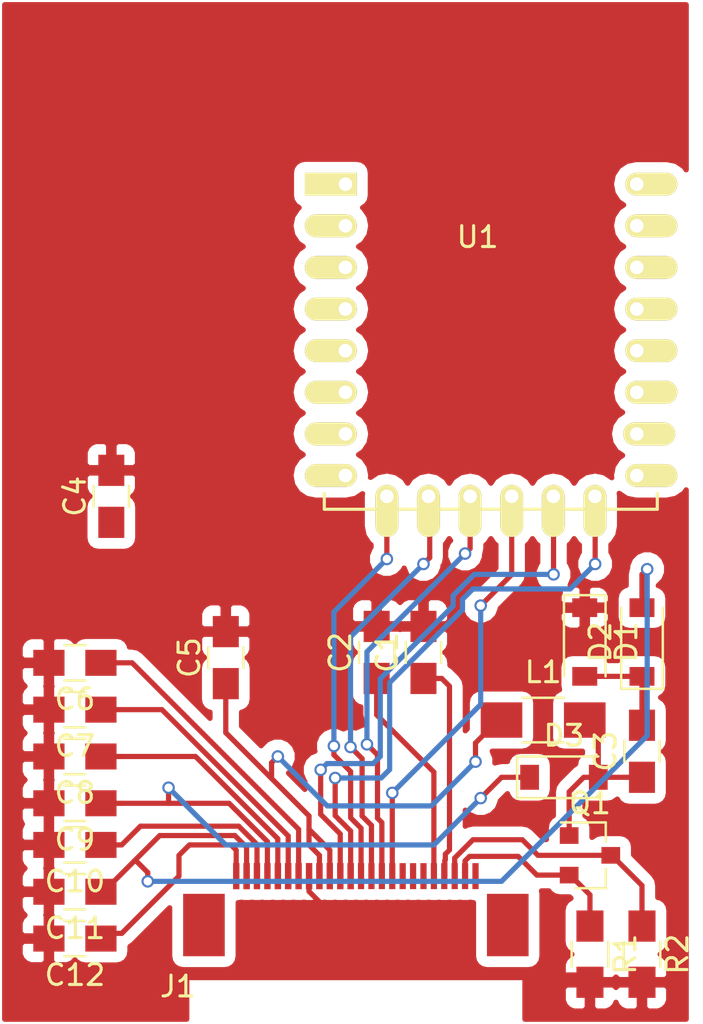
<source format=kicad_pcb>
(kicad_pcb (version 4) (host pcbnew 4.0.2+dfsg1-stable)

  (general
    (links 80)
    (no_connects 1)
    (area 134.899999 106.774999 168.825 156.100001)
    (thickness 1.6)
    (drawings 9)
    (tracks 197)
    (zones 0)
    (modules 21)
    (nets 42)
  )

  (page A4)
  (layers
    (0 F.Cu signal)
    (31 B.Cu signal)
    (32 B.Adhes user)
    (33 F.Adhes user)
    (34 B.Paste user)
    (35 F.Paste user)
    (36 B.SilkS user)
    (37 F.SilkS user)
    (38 B.Mask user)
    (39 F.Mask user)
    (40 Dwgs.User user)
    (41 Cmts.User user)
    (42 Eco1.User user)
    (43 Eco2.User user)
    (44 Edge.Cuts user)
    (45 Margin user)
    (46 B.CrtYd user)
    (47 F.CrtYd user)
    (48 B.Fab user)
    (49 F.Fab user)
  )

  (setup
    (last_trace_width 0.25)
    (trace_clearance 0.2)
    (zone_clearance 0.508)
    (zone_45_only no)
    (trace_min 0.2)
    (segment_width 0.2)
    (edge_width 0.15)
    (via_size 0.6)
    (via_drill 0.4)
    (via_min_size 0.4)
    (via_min_drill 0.3)
    (uvia_size 0.3)
    (uvia_drill 0.1)
    (uvias_allowed no)
    (uvia_min_size 0.2)
    (uvia_min_drill 0.1)
    (pcb_text_width 0.3)
    (pcb_text_size 1.5 1.5)
    (mod_edge_width 0.15)
    (mod_text_size 1 1)
    (mod_text_width 0.15)
    (pad_size 1.524 1.524)
    (pad_drill 0.762)
    (pad_to_mask_clearance 0.2)
    (aux_axis_origin 0 0)
    (visible_elements 7FFFEFFF)
    (pcbplotparams
      (layerselection 0x00030_80000001)
      (usegerberextensions false)
      (excludeedgelayer true)
      (linewidth 0.100000)
      (plotframeref false)
      (viasonmask false)
      (mode 1)
      (useauxorigin false)
      (hpglpennumber 1)
      (hpglpenspeed 20)
      (hpglpendiameter 15)
      (hpglpenoverlay 2)
      (psnegative false)
      (psa4output false)
      (plotreference true)
      (plotvalue true)
      (plotinvisibletext false)
      (padsonsilk false)
      (subtractmaskfromsilk false)
      (outputformat 1)
      (mirror false)
      (drillshape 1)
      (scaleselection 1)
      (outputdirectory ""))
  )

  (net 0 "")
  (net 1 "Net-(J1-Pad18)")
  (net 2 "Net-(J1-Pad19)")
  (net 3 "Net-(U1-Pad1)")
  (net 4 "Net-(U1-Pad2)")
  (net 5 "Net-(U1-Pad3)")
  (net 6 "Net-(U1-Pad4)")
  (net 7 "Net-(U1-Pad5)")
  (net 8 "Net-(U1-Pad6)")
  (net 9 "Net-(U1-Pad7)")
  (net 10 "Net-(U1-Pad8)")
  (net 11 "Net-(U1-Pad9)")
  (net 12 "Net-(U1-Pad10)")
  (net 13 "Net-(U1-Pad11)")
  (net 14 "Net-(U1-Pad12)")
  (net 15 "Net-(U1-Pad13)")
  (net 16 "Net-(U1-Pad14)")
  (net 17 "Net-(U1-Pad15)")
  (net 18 "Net-(U1-Pad16)")
  (net 19 "Net-(C1-Pad1)")
  (net 20 GND)
  (net 21 "Net-(C2-Pad1)")
  (net 22 "Net-(C3-Pad1)")
  (net 23 "Net-(C3-Pad2)")
  (net 24 /3v3)
  (net 25 "Net-(C6-Pad1)")
  (net 26 "Net-(C7-Pad1)")
  (net 27 "Net-(C8-Pad1)")
  (net 28 /PREVGH)
  (net 29 "Net-(C10-Pad1)")
  (net 30 /PREVGL)
  (net 31 "Net-(C12-Pad1)")
  (net 32 /SPI_MOSI)
  (net 33 /SPI_SCK)
  (net 34 /SPI_CE0)
  (net 35 /BS)
  (net 36 /D/C)
  (net 37 /RST)
  (net 38 /BUSY)
  (net 39 /GDR)
  (net 40 /RESEN)
  (net 41 "Net-(J1-Pad24)")

  (net_class Default "This is the default net class."
    (clearance 0.2)
    (trace_width 0.25)
    (via_dia 0.6)
    (via_drill 0.4)
    (uvia_dia 0.3)
    (uvia_drill 0.1)
    (add_net /3v3)
    (add_net /BS)
    (add_net /BUSY)
    (add_net /D/C)
    (add_net /GDR)
    (add_net /PREVGH)
    (add_net /PREVGL)
    (add_net /RESEN)
    (add_net /RST)
    (add_net /SPI_CE0)
    (add_net /SPI_MOSI)
    (add_net /SPI_SCK)
    (add_net GND)
    (add_net "Net-(C1-Pad1)")
    (add_net "Net-(C10-Pad1)")
    (add_net "Net-(C12-Pad1)")
    (add_net "Net-(C2-Pad1)")
    (add_net "Net-(C3-Pad1)")
    (add_net "Net-(C3-Pad2)")
    (add_net "Net-(C6-Pad1)")
    (add_net "Net-(C7-Pad1)")
    (add_net "Net-(C8-Pad1)")
    (add_net "Net-(J1-Pad18)")
    (add_net "Net-(J1-Pad19)")
    (add_net "Net-(J1-Pad24)")
    (add_net "Net-(U1-Pad1)")
    (add_net "Net-(U1-Pad10)")
    (add_net "Net-(U1-Pad11)")
    (add_net "Net-(U1-Pad12)")
    (add_net "Net-(U1-Pad13)")
    (add_net "Net-(U1-Pad14)")
    (add_net "Net-(U1-Pad15)")
    (add_net "Net-(U1-Pad16)")
    (add_net "Net-(U1-Pad2)")
    (add_net "Net-(U1-Pad3)")
    (add_net "Net-(U1-Pad4)")
    (add_net "Net-(U1-Pad5)")
    (add_net "Net-(U1-Pad6)")
    (add_net "Net-(U1-Pad7)")
    (add_net "Net-(U1-Pad8)")
    (add_net "Net-(U1-Pad9)")
  )

  (module ESP8266:ESP-12E (layer F.Cu) (tedit 58B47889) (tstamp 5A011EBB)
    (at 151.5 115.75)
    (descr "Module, ESP-8266, ESP-12, 16 pad, SMD")
    (tags "Module ESP-8266 ESP8266")
    (path /59FAD28F)
    (fp_text reference U1 (at 6.35 2.54) (layer F.SilkS)
      (effects (font (size 1 1) (thickness 0.15)))
    )
    (fp_text value ESP-12E (at 6.35 6.35) (layer F.Fab) hide
      (effects (font (size 1 1) (thickness 0.15)))
    )
    (fp_line (start -2.25 -0.5) (end -2.25 -8.75) (layer F.CrtYd) (width 0.05))
    (fp_line (start -2.25 -8.75) (end 15.25 -8.75) (layer F.CrtYd) (width 0.05))
    (fp_line (start 15.25 -8.75) (end 16.25 -8.75) (layer F.CrtYd) (width 0.05))
    (fp_line (start 16.25 -8.75) (end 16.25 16) (layer F.CrtYd) (width 0.05))
    (fp_line (start 16.25 16) (end -2.25 16) (layer F.CrtYd) (width 0.05))
    (fp_line (start -2.25 16) (end -2.25 -0.5) (layer F.CrtYd) (width 0.05))
    (fp_line (start -1.016 -8.382) (end 14.986 -8.382) (layer F.CrtYd) (width 0.1524))
    (fp_line (start 14.986 -8.382) (end 14.986 -0.889) (layer F.CrtYd) (width 0.1524))
    (fp_line (start -1.016 -8.382) (end -1.016 -1.016) (layer F.CrtYd) (width 0.1524))
    (fp_line (start -1.016 14.859) (end -1.016 15.621) (layer F.SilkS) (width 0.1524))
    (fp_line (start -1.016 15.621) (end 14.986 15.621) (layer F.SilkS) (width 0.1524))
    (fp_line (start 14.986 15.621) (end 14.986 14.859) (layer F.SilkS) (width 0.1524))
    (fp_line (start 14.992 -8.4) (end -1.008 -2.6) (layer F.CrtYd) (width 0.1524))
    (fp_line (start -1.008 -8.4) (end 14.992 -2.6) (layer F.CrtYd) (width 0.1524))
    (fp_text user "No Copper" (at 6.892 -5.4) (layer F.CrtYd)
      (effects (font (size 1 1) (thickness 0.15)))
    )
    (fp_line (start -1.008 -2.6) (end 14.992 -2.6) (layer F.CrtYd) (width 0.1524))
    (fp_line (start 15 -8.4) (end 15 15.6) (layer F.Fab) (width 0.05))
    (fp_line (start 14.992 15.6) (end -1.008 15.6) (layer F.Fab) (width 0.05))
    (fp_line (start -1.008 15.6) (end -1.008 -8.4) (layer F.Fab) (width 0.05))
    (fp_line (start -1.008 -8.4) (end 14.992 -8.4) (layer F.Fab) (width 0.05))
    (pad 1 thru_hole rect (at 0 0) (size 2.5 1.1) (drill 0.65 (offset -0.7 0)) (layers *.Cu *.Mask F.SilkS)
      (net 3 "Net-(U1-Pad1)"))
    (pad 2 thru_hole oval (at 0 2) (size 2.5 1.1) (drill 0.65 (offset -0.7 0)) (layers *.Cu *.Mask F.SilkS)
      (net 4 "Net-(U1-Pad2)"))
    (pad 3 thru_hole oval (at 0 4) (size 2.5 1.1) (drill 0.65 (offset -0.7 0)) (layers *.Cu *.Mask F.SilkS)
      (net 5 "Net-(U1-Pad3)"))
    (pad 4 thru_hole oval (at 0 6) (size 2.5 1.1) (drill 0.65 (offset -0.7 0)) (layers *.Cu *.Mask F.SilkS)
      (net 6 "Net-(U1-Pad4)"))
    (pad 5 thru_hole oval (at 0 8) (size 2.5 1.1) (drill 0.65 (offset -0.7 0)) (layers *.Cu *.Mask F.SilkS)
      (net 7 "Net-(U1-Pad5)"))
    (pad 6 thru_hole oval (at 0 10) (size 2.5 1.1) (drill 0.65 (offset -0.7 0)) (layers *.Cu *.Mask F.SilkS)
      (net 8 "Net-(U1-Pad6)"))
    (pad 7 thru_hole oval (at 0 12) (size 2.5 1.1) (drill 0.65 (offset -0.7 0)) (layers *.Cu *.Mask F.SilkS)
      (net 9 "Net-(U1-Pad7)"))
    (pad 8 thru_hole oval (at 0 14) (size 2.5 1.1) (drill 0.65 (offset -0.7 0)) (layers *.Cu *.Mask F.SilkS)
      (net 10 "Net-(U1-Pad8)"))
    (pad 9 thru_hole oval (at 14 14) (size 2.5 1.1) (drill 0.65 (offset 0.7 0)) (layers *.Cu *.Mask F.SilkS)
      (net 11 "Net-(U1-Pad9)"))
    (pad 10 thru_hole oval (at 14 12) (size 2.5 1.1) (drill 0.65 (offset 0.6 0)) (layers *.Cu *.Mask F.SilkS)
      (net 12 "Net-(U1-Pad10)"))
    (pad 11 thru_hole oval (at 14 10) (size 2.5 1.1) (drill 0.65 (offset 0.7 0)) (layers *.Cu *.Mask F.SilkS)
      (net 13 "Net-(U1-Pad11)"))
    (pad 12 thru_hole oval (at 14 8) (size 2.5 1.1) (drill 0.65 (offset 0.7 0)) (layers *.Cu *.Mask F.SilkS)
      (net 14 "Net-(U1-Pad12)"))
    (pad 13 thru_hole oval (at 14 6) (size 2.5 1.1) (drill 0.65 (offset 0.7 0)) (layers *.Cu *.Mask F.SilkS)
      (net 15 "Net-(U1-Pad13)"))
    (pad 14 thru_hole oval (at 14 4) (size 2.5 1.1) (drill 0.65 (offset 0.7 0)) (layers *.Cu *.Mask F.SilkS)
      (net 16 "Net-(U1-Pad14)"))
    (pad 15 thru_hole oval (at 14 2) (size 2.5 1.1) (drill 0.65 (offset 0.7 0)) (layers *.Cu *.Mask F.SilkS)
      (net 17 "Net-(U1-Pad15)"))
    (pad 16 thru_hole oval (at 14 0) (size 2.5 1.1) (drill 0.65 (offset 0.7 0)) (layers *.Cu *.Mask F.SilkS)
      (net 18 "Net-(U1-Pad16)"))
    (pad 17 thru_hole oval (at 1.99 15 90) (size 2.5 1.1) (drill 0.65 (offset -0.7 0)) (layers *.Cu *.Mask F.SilkS)
      (net 34 /SPI_CE0))
    (pad 18 thru_hole oval (at 3.99 15 90) (size 2.5 1.1) (drill 0.65 (offset -0.7 0)) (layers *.Cu *.Mask F.SilkS)
      (net 36 /D/C))
    (pad 19 thru_hole oval (at 5.99 15 90) (size 2.5 1.1) (drill 0.65 (offset -0.7 0)) (layers *.Cu *.Mask F.SilkS)
      (net 37 /RST))
    (pad 20 thru_hole oval (at 7.99 15 90) (size 2.5 1.1) (drill 0.65 (offset -0.7 0)) (layers *.Cu *.Mask F.SilkS)
      (net 38 /BUSY))
    (pad 21 thru_hole oval (at 9.99 15 90) (size 2.5 1.1) (drill 0.65 (offset -0.7 0)) (layers *.Cu *.Mask F.SilkS)
      (net 32 /SPI_MOSI))
    (pad 22 thru_hole oval (at 11.99 15 90) (size 2.5 1.1) (drill 0.65 (offset -0.7 0)) (layers *.Cu *.Mask F.SilkS)
      (net 33 /SPI_SCK))
    (model /home/t400/Documents/ESP8266/ESP8266/Libs/kicad-ESP8266-master/kicad-ESP8266-master/ESP8266.3dshapes/ESP-12-E-better.wrl
      (at (xyz 0 0 0))
      (scale (xyz 1 1 1))
      (rotate (xyz 0 0 0))
    )
  )

  (module Capacitors_SMD:C_0805_HandSoldering (layer F.Cu) (tedit 58AA84A8) (tstamp 59FB7B36)
    (at 155.25 138.25 90)
    (descr "Capacitor SMD 0805, hand soldering")
    (tags "capacitor 0805")
    (path /59FB18B3)
    (attr smd)
    (fp_text reference C1 (at 0 -1.75 90) (layer F.SilkS)
      (effects (font (size 1 1) (thickness 0.15)))
    )
    (fp_text value 105 (at 0 1.75 90) (layer F.Fab)
      (effects (font (size 1 1) (thickness 0.15)))
    )
    (fp_text user %R (at 0 -1.75 90) (layer F.Fab)
      (effects (font (size 1 1) (thickness 0.15)))
    )
    (fp_line (start -1 0.62) (end -1 -0.62) (layer F.Fab) (width 0.1))
    (fp_line (start 1 0.62) (end -1 0.62) (layer F.Fab) (width 0.1))
    (fp_line (start 1 -0.62) (end 1 0.62) (layer F.Fab) (width 0.1))
    (fp_line (start -1 -0.62) (end 1 -0.62) (layer F.Fab) (width 0.1))
    (fp_line (start 0.5 -0.85) (end -0.5 -0.85) (layer F.SilkS) (width 0.12))
    (fp_line (start -0.5 0.85) (end 0.5 0.85) (layer F.SilkS) (width 0.12))
    (fp_line (start -2.25 -0.88) (end 2.25 -0.88) (layer F.CrtYd) (width 0.05))
    (fp_line (start -2.25 -0.88) (end -2.25 0.87) (layer F.CrtYd) (width 0.05))
    (fp_line (start 2.25 0.87) (end 2.25 -0.88) (layer F.CrtYd) (width 0.05))
    (fp_line (start 2.25 0.87) (end -2.25 0.87) (layer F.CrtYd) (width 0.05))
    (pad 1 smd rect (at -1.25 0 90) (size 1.5 1.25) (layers F.Cu F.Paste F.Mask)
      (net 19 "Net-(C1-Pad1)"))
    (pad 2 smd rect (at 1.25 0 90) (size 1.5 1.25) (layers F.Cu F.Paste F.Mask)
      (net 20 GND))
    (model Capacitors_SMD.3dshapes/C_0805.wrl
      (at (xyz 0 0 0))
      (scale (xyz 1 1 1))
      (rotate (xyz 0 0 0))
    )
  )

  (module Capacitors_SMD:C_0805_HandSoldering (layer F.Cu) (tedit 58AA84A8) (tstamp 59FB7B47)
    (at 153 138.25 90)
    (descr "Capacitor SMD 0805, hand soldering")
    (tags "capacitor 0805")
    (path /59FB184F)
    (attr smd)
    (fp_text reference C2 (at 0 -1.75 90) (layer F.SilkS)
      (effects (font (size 1 1) (thickness 0.15)))
    )
    (fp_text value 105 (at 0 1.75 90) (layer F.Fab)
      (effects (font (size 1 1) (thickness 0.15)))
    )
    (fp_text user %R (at 0 -1.75 90) (layer F.Fab)
      (effects (font (size 1 1) (thickness 0.15)))
    )
    (fp_line (start -1 0.62) (end -1 -0.62) (layer F.Fab) (width 0.1))
    (fp_line (start 1 0.62) (end -1 0.62) (layer F.Fab) (width 0.1))
    (fp_line (start 1 -0.62) (end 1 0.62) (layer F.Fab) (width 0.1))
    (fp_line (start -1 -0.62) (end 1 -0.62) (layer F.Fab) (width 0.1))
    (fp_line (start 0.5 -0.85) (end -0.5 -0.85) (layer F.SilkS) (width 0.12))
    (fp_line (start -0.5 0.85) (end 0.5 0.85) (layer F.SilkS) (width 0.12))
    (fp_line (start -2.25 -0.88) (end 2.25 -0.88) (layer F.CrtYd) (width 0.05))
    (fp_line (start -2.25 -0.88) (end -2.25 0.87) (layer F.CrtYd) (width 0.05))
    (fp_line (start 2.25 0.87) (end 2.25 -0.88) (layer F.CrtYd) (width 0.05))
    (fp_line (start 2.25 0.87) (end -2.25 0.87) (layer F.CrtYd) (width 0.05))
    (pad 1 smd rect (at -1.25 0 90) (size 1.5 1.25) (layers F.Cu F.Paste F.Mask)
      (net 21 "Net-(C2-Pad1)"))
    (pad 2 smd rect (at 1.25 0 90) (size 1.5 1.25) (layers F.Cu F.Paste F.Mask)
      (net 20 GND))
    (model Capacitors_SMD.3dshapes/C_0805.wrl
      (at (xyz 0 0 0))
      (scale (xyz 1 1 1))
      (rotate (xyz 0 0 0))
    )
  )

  (module Capacitors_SMD:C_0805_HandSoldering (layer F.Cu) (tedit 58AA84A8) (tstamp 59FB7B58)
    (at 165.75 143 90)
    (descr "Capacitor SMD 0805, hand soldering")
    (tags "capacitor 0805")
    (path /59FB44D7)
    (attr smd)
    (fp_text reference C3 (at 0 -1.75 90) (layer F.SilkS)
      (effects (font (size 1 1) (thickness 0.15)))
    )
    (fp_text value 104 (at 0 1.75 90) (layer F.Fab)
      (effects (font (size 1 1) (thickness 0.15)))
    )
    (fp_text user %R (at 0 -1.75 90) (layer F.Fab)
      (effects (font (size 1 1) (thickness 0.15)))
    )
    (fp_line (start -1 0.62) (end -1 -0.62) (layer F.Fab) (width 0.1))
    (fp_line (start 1 0.62) (end -1 0.62) (layer F.Fab) (width 0.1))
    (fp_line (start 1 -0.62) (end 1 0.62) (layer F.Fab) (width 0.1))
    (fp_line (start -1 -0.62) (end 1 -0.62) (layer F.Fab) (width 0.1))
    (fp_line (start 0.5 -0.85) (end -0.5 -0.85) (layer F.SilkS) (width 0.12))
    (fp_line (start -0.5 0.85) (end 0.5 0.85) (layer F.SilkS) (width 0.12))
    (fp_line (start -2.25 -0.88) (end 2.25 -0.88) (layer F.CrtYd) (width 0.05))
    (fp_line (start -2.25 -0.88) (end -2.25 0.87) (layer F.CrtYd) (width 0.05))
    (fp_line (start 2.25 0.87) (end 2.25 -0.88) (layer F.CrtYd) (width 0.05))
    (fp_line (start 2.25 0.87) (end -2.25 0.87) (layer F.CrtYd) (width 0.05))
    (pad 1 smd rect (at -1.25 0 90) (size 1.5 1.25) (layers F.Cu F.Paste F.Mask)
      (net 22 "Net-(C3-Pad1)"))
    (pad 2 smd rect (at 1.25 0 90) (size 1.5 1.25) (layers F.Cu F.Paste F.Mask)
      (net 23 "Net-(C3-Pad2)"))
    (model Capacitors_SMD.3dshapes/C_0805.wrl
      (at (xyz 0 0 0))
      (scale (xyz 1 1 1))
      (rotate (xyz 0 0 0))
    )
  )

  (module Capacitors_SMD:C_0805_HandSoldering (layer F.Cu) (tedit 58AA84A8) (tstamp 59FB7B69)
    (at 140.25 130.75 90)
    (descr "Capacitor SMD 0805, hand soldering")
    (tags "capacitor 0805")
    (path /59FB41CF)
    (attr smd)
    (fp_text reference C4 (at 0 -1.75 90) (layer F.SilkS)
      (effects (font (size 1 1) (thickness 0.15)))
    )
    (fp_text value 475 (at 0 1.75 90) (layer F.Fab)
      (effects (font (size 1 1) (thickness 0.15)))
    )
    (fp_text user %R (at 0 -1.75 90) (layer F.Fab)
      (effects (font (size 1 1) (thickness 0.15)))
    )
    (fp_line (start -1 0.62) (end -1 -0.62) (layer F.Fab) (width 0.1))
    (fp_line (start 1 0.62) (end -1 0.62) (layer F.Fab) (width 0.1))
    (fp_line (start 1 -0.62) (end 1 0.62) (layer F.Fab) (width 0.1))
    (fp_line (start -1 -0.62) (end 1 -0.62) (layer F.Fab) (width 0.1))
    (fp_line (start 0.5 -0.85) (end -0.5 -0.85) (layer F.SilkS) (width 0.12))
    (fp_line (start -0.5 0.85) (end 0.5 0.85) (layer F.SilkS) (width 0.12))
    (fp_line (start -2.25 -0.88) (end 2.25 -0.88) (layer F.CrtYd) (width 0.05))
    (fp_line (start -2.25 -0.88) (end -2.25 0.87) (layer F.CrtYd) (width 0.05))
    (fp_line (start 2.25 0.87) (end 2.25 -0.88) (layer F.CrtYd) (width 0.05))
    (fp_line (start 2.25 0.87) (end -2.25 0.87) (layer F.CrtYd) (width 0.05))
    (pad 1 smd rect (at -1.25 0 90) (size 1.5 1.25) (layers F.Cu F.Paste F.Mask)
      (net 24 /3v3))
    (pad 2 smd rect (at 1.25 0 90) (size 1.5 1.25) (layers F.Cu F.Paste F.Mask)
      (net 20 GND))
    (model Capacitors_SMD.3dshapes/C_0805.wrl
      (at (xyz 0 0 0))
      (scale (xyz 1 1 1))
      (rotate (xyz 0 0 0))
    )
  )

  (module Capacitors_SMD:C_0805_HandSoldering (layer F.Cu) (tedit 58AA84A8) (tstamp 59FB7B7A)
    (at 145.75 138.5 90)
    (descr "Capacitor SMD 0805, hand soldering")
    (tags "capacitor 0805")
    (path /59FAEACC)
    (attr smd)
    (fp_text reference C5 (at 0 -1.75 90) (layer F.SilkS)
      (effects (font (size 1 1) (thickness 0.15)))
    )
    (fp_text value 105 (at 0 1.75 90) (layer F.Fab)
      (effects (font (size 1 1) (thickness 0.15)))
    )
    (fp_text user %R (at 0 -1.75 90) (layer F.Fab)
      (effects (font (size 1 1) (thickness 0.15)))
    )
    (fp_line (start -1 0.62) (end -1 -0.62) (layer F.Fab) (width 0.1))
    (fp_line (start 1 0.62) (end -1 0.62) (layer F.Fab) (width 0.1))
    (fp_line (start 1 -0.62) (end 1 0.62) (layer F.Fab) (width 0.1))
    (fp_line (start -1 -0.62) (end 1 -0.62) (layer F.Fab) (width 0.1))
    (fp_line (start 0.5 -0.85) (end -0.5 -0.85) (layer F.SilkS) (width 0.12))
    (fp_line (start -0.5 0.85) (end 0.5 0.85) (layer F.SilkS) (width 0.12))
    (fp_line (start -2.25 -0.88) (end 2.25 -0.88) (layer F.CrtYd) (width 0.05))
    (fp_line (start -2.25 -0.88) (end -2.25 0.87) (layer F.CrtYd) (width 0.05))
    (fp_line (start 2.25 0.87) (end 2.25 -0.88) (layer F.CrtYd) (width 0.05))
    (fp_line (start 2.25 0.87) (end -2.25 0.87) (layer F.CrtYd) (width 0.05))
    (pad 1 smd rect (at -1.25 0 90) (size 1.5 1.25) (layers F.Cu F.Paste F.Mask)
      (net 24 /3v3))
    (pad 2 smd rect (at 1.25 0 90) (size 1.5 1.25) (layers F.Cu F.Paste F.Mask)
      (net 20 GND))
    (model Capacitors_SMD.3dshapes/C_0805.wrl
      (at (xyz 0 0 0))
      (scale (xyz 1 1 1))
      (rotate (xyz 0 0 0))
    )
  )

  (module Capacitors_SMD:C_0805_HandSoldering (layer F.Cu) (tedit 58AA84A8) (tstamp 59FB7B8B)
    (at 138.5 138.75 180)
    (descr "Capacitor SMD 0805, hand soldering")
    (tags "capacitor 0805")
    (path /59FAED01)
    (attr smd)
    (fp_text reference C6 (at 0 -1.75 180) (layer F.SilkS)
      (effects (font (size 1 1) (thickness 0.15)))
    )
    (fp_text value 105 (at 0 1.75 180) (layer F.Fab)
      (effects (font (size 1 1) (thickness 0.15)))
    )
    (fp_text user %R (at 0 -1.75 180) (layer F.Fab)
      (effects (font (size 1 1) (thickness 0.15)))
    )
    (fp_line (start -1 0.62) (end -1 -0.62) (layer F.Fab) (width 0.1))
    (fp_line (start 1 0.62) (end -1 0.62) (layer F.Fab) (width 0.1))
    (fp_line (start 1 -0.62) (end 1 0.62) (layer F.Fab) (width 0.1))
    (fp_line (start -1 -0.62) (end 1 -0.62) (layer F.Fab) (width 0.1))
    (fp_line (start 0.5 -0.85) (end -0.5 -0.85) (layer F.SilkS) (width 0.12))
    (fp_line (start -0.5 0.85) (end 0.5 0.85) (layer F.SilkS) (width 0.12))
    (fp_line (start -2.25 -0.88) (end 2.25 -0.88) (layer F.CrtYd) (width 0.05))
    (fp_line (start -2.25 -0.88) (end -2.25 0.87) (layer F.CrtYd) (width 0.05))
    (fp_line (start 2.25 0.87) (end 2.25 -0.88) (layer F.CrtYd) (width 0.05))
    (fp_line (start 2.25 0.87) (end -2.25 0.87) (layer F.CrtYd) (width 0.05))
    (pad 1 smd rect (at -1.25 0 180) (size 1.5 1.25) (layers F.Cu F.Paste F.Mask)
      (net 25 "Net-(C6-Pad1)"))
    (pad 2 smd rect (at 1.25 0 180) (size 1.5 1.25) (layers F.Cu F.Paste F.Mask)
      (net 20 GND))
    (model Capacitors_SMD.3dshapes/C_0805.wrl
      (at (xyz 0 0 0))
      (scale (xyz 1 1 1))
      (rotate (xyz 0 0 0))
    )
  )

  (module Capacitors_SMD:C_0805_HandSoldering (layer F.Cu) (tedit 58AA84A8) (tstamp 59FB7B9C)
    (at 138.5 141 180)
    (descr "Capacitor SMD 0805, hand soldering")
    (tags "capacitor 0805")
    (path /59FAED33)
    (attr smd)
    (fp_text reference C7 (at 0 -1.75 180) (layer F.SilkS)
      (effects (font (size 1 1) (thickness 0.15)))
    )
    (fp_text value 105 (at 0 1.75 180) (layer F.Fab)
      (effects (font (size 1 1) (thickness 0.15)))
    )
    (fp_text user %R (at 0 -1.75 180) (layer F.Fab)
      (effects (font (size 1 1) (thickness 0.15)))
    )
    (fp_line (start -1 0.62) (end -1 -0.62) (layer F.Fab) (width 0.1))
    (fp_line (start 1 0.62) (end -1 0.62) (layer F.Fab) (width 0.1))
    (fp_line (start 1 -0.62) (end 1 0.62) (layer F.Fab) (width 0.1))
    (fp_line (start -1 -0.62) (end 1 -0.62) (layer F.Fab) (width 0.1))
    (fp_line (start 0.5 -0.85) (end -0.5 -0.85) (layer F.SilkS) (width 0.12))
    (fp_line (start -0.5 0.85) (end 0.5 0.85) (layer F.SilkS) (width 0.12))
    (fp_line (start -2.25 -0.88) (end 2.25 -0.88) (layer F.CrtYd) (width 0.05))
    (fp_line (start -2.25 -0.88) (end -2.25 0.87) (layer F.CrtYd) (width 0.05))
    (fp_line (start 2.25 0.87) (end 2.25 -0.88) (layer F.CrtYd) (width 0.05))
    (fp_line (start 2.25 0.87) (end -2.25 0.87) (layer F.CrtYd) (width 0.05))
    (pad 1 smd rect (at -1.25 0 180) (size 1.5 1.25) (layers F.Cu F.Paste F.Mask)
      (net 26 "Net-(C7-Pad1)"))
    (pad 2 smd rect (at 1.25 0 180) (size 1.5 1.25) (layers F.Cu F.Paste F.Mask)
      (net 20 GND))
    (model Capacitors_SMD.3dshapes/C_0805.wrl
      (at (xyz 0 0 0))
      (scale (xyz 1 1 1))
      (rotate (xyz 0 0 0))
    )
  )

  (module Capacitors_SMD:C_0805_HandSoldering (layer F.Cu) (tedit 58AA84A8) (tstamp 59FB7BAD)
    (at 138.5 143.25 180)
    (descr "Capacitor SMD 0805, hand soldering")
    (tags "capacitor 0805")
    (path /59FAED39)
    (attr smd)
    (fp_text reference C8 (at 0 -1.75 180) (layer F.SilkS)
      (effects (font (size 1 1) (thickness 0.15)))
    )
    (fp_text value 105 (at 0 1.75 180) (layer F.Fab)
      (effects (font (size 1 1) (thickness 0.15)))
    )
    (fp_text user %R (at 0 -1.75 180) (layer F.Fab)
      (effects (font (size 1 1) (thickness 0.15)))
    )
    (fp_line (start -1 0.62) (end -1 -0.62) (layer F.Fab) (width 0.1))
    (fp_line (start 1 0.62) (end -1 0.62) (layer F.Fab) (width 0.1))
    (fp_line (start 1 -0.62) (end 1 0.62) (layer F.Fab) (width 0.1))
    (fp_line (start -1 -0.62) (end 1 -0.62) (layer F.Fab) (width 0.1))
    (fp_line (start 0.5 -0.85) (end -0.5 -0.85) (layer F.SilkS) (width 0.12))
    (fp_line (start -0.5 0.85) (end 0.5 0.85) (layer F.SilkS) (width 0.12))
    (fp_line (start -2.25 -0.88) (end 2.25 -0.88) (layer F.CrtYd) (width 0.05))
    (fp_line (start -2.25 -0.88) (end -2.25 0.87) (layer F.CrtYd) (width 0.05))
    (fp_line (start 2.25 0.87) (end 2.25 -0.88) (layer F.CrtYd) (width 0.05))
    (fp_line (start 2.25 0.87) (end -2.25 0.87) (layer F.CrtYd) (width 0.05))
    (pad 1 smd rect (at -1.25 0 180) (size 1.5 1.25) (layers F.Cu F.Paste F.Mask)
      (net 27 "Net-(C8-Pad1)"))
    (pad 2 smd rect (at 1.25 0 180) (size 1.5 1.25) (layers F.Cu F.Paste F.Mask)
      (net 20 GND))
    (model Capacitors_SMD.3dshapes/C_0805.wrl
      (at (xyz 0 0 0))
      (scale (xyz 1 1 1))
      (rotate (xyz 0 0 0))
    )
  )

  (module Capacitors_SMD:C_0805_HandSoldering (layer F.Cu) (tedit 58AA84A8) (tstamp 59FB7BBE)
    (at 138.5 145.5 180)
    (descr "Capacitor SMD 0805, hand soldering")
    (tags "capacitor 0805")
    (path /59FAEDA1)
    (attr smd)
    (fp_text reference C9 (at 0 -1.75 180) (layer F.SilkS)
      (effects (font (size 1 1) (thickness 0.15)))
    )
    (fp_text value 105 (at 0 1.75 180) (layer F.Fab)
      (effects (font (size 1 1) (thickness 0.15)))
    )
    (fp_text user %R (at 0 -1.75 180) (layer F.Fab)
      (effects (font (size 1 1) (thickness 0.15)))
    )
    (fp_line (start -1 0.62) (end -1 -0.62) (layer F.Fab) (width 0.1))
    (fp_line (start 1 0.62) (end -1 0.62) (layer F.Fab) (width 0.1))
    (fp_line (start 1 -0.62) (end 1 0.62) (layer F.Fab) (width 0.1))
    (fp_line (start -1 -0.62) (end 1 -0.62) (layer F.Fab) (width 0.1))
    (fp_line (start 0.5 -0.85) (end -0.5 -0.85) (layer F.SilkS) (width 0.12))
    (fp_line (start -0.5 0.85) (end 0.5 0.85) (layer F.SilkS) (width 0.12))
    (fp_line (start -2.25 -0.88) (end 2.25 -0.88) (layer F.CrtYd) (width 0.05))
    (fp_line (start -2.25 -0.88) (end -2.25 0.87) (layer F.CrtYd) (width 0.05))
    (fp_line (start 2.25 0.87) (end 2.25 -0.88) (layer F.CrtYd) (width 0.05))
    (fp_line (start 2.25 0.87) (end -2.25 0.87) (layer F.CrtYd) (width 0.05))
    (pad 1 smd rect (at -1.25 0 180) (size 1.5 1.25) (layers F.Cu F.Paste F.Mask)
      (net 28 /PREVGH))
    (pad 2 smd rect (at 1.25 0 180) (size 1.5 1.25) (layers F.Cu F.Paste F.Mask)
      (net 20 GND))
    (model Capacitors_SMD.3dshapes/C_0805.wrl
      (at (xyz 0 0 0))
      (scale (xyz 1 1 1))
      (rotate (xyz 0 0 0))
    )
  )

  (module Capacitors_SMD:C_0805_HandSoldering (layer F.Cu) (tedit 58AA84A8) (tstamp 59FB7BCF)
    (at 138.5 147.5 180)
    (descr "Capacitor SMD 0805, hand soldering")
    (tags "capacitor 0805")
    (path /59FAEDA7)
    (attr smd)
    (fp_text reference C10 (at 0 -1.75 180) (layer F.SilkS)
      (effects (font (size 1 1) (thickness 0.15)))
    )
    (fp_text value 105 (at 0 1.75 180) (layer F.Fab)
      (effects (font (size 1 1) (thickness 0.15)))
    )
    (fp_text user %R (at 0 -1.75 180) (layer F.Fab)
      (effects (font (size 1 1) (thickness 0.15)))
    )
    (fp_line (start -1 0.62) (end -1 -0.62) (layer F.Fab) (width 0.1))
    (fp_line (start 1 0.62) (end -1 0.62) (layer F.Fab) (width 0.1))
    (fp_line (start 1 -0.62) (end 1 0.62) (layer F.Fab) (width 0.1))
    (fp_line (start -1 -0.62) (end 1 -0.62) (layer F.Fab) (width 0.1))
    (fp_line (start 0.5 -0.85) (end -0.5 -0.85) (layer F.SilkS) (width 0.12))
    (fp_line (start -0.5 0.85) (end 0.5 0.85) (layer F.SilkS) (width 0.12))
    (fp_line (start -2.25 -0.88) (end 2.25 -0.88) (layer F.CrtYd) (width 0.05))
    (fp_line (start -2.25 -0.88) (end -2.25 0.87) (layer F.CrtYd) (width 0.05))
    (fp_line (start 2.25 0.87) (end 2.25 -0.88) (layer F.CrtYd) (width 0.05))
    (fp_line (start 2.25 0.87) (end -2.25 0.87) (layer F.CrtYd) (width 0.05))
    (pad 1 smd rect (at -1.25 0 180) (size 1.5 1.25) (layers F.Cu F.Paste F.Mask)
      (net 29 "Net-(C10-Pad1)"))
    (pad 2 smd rect (at 1.25 0 180) (size 1.5 1.25) (layers F.Cu F.Paste F.Mask)
      (net 20 GND))
    (model Capacitors_SMD.3dshapes/C_0805.wrl
      (at (xyz 0 0 0))
      (scale (xyz 1 1 1))
      (rotate (xyz 0 0 0))
    )
  )

  (module Capacitors_SMD:C_0805_HandSoldering (layer F.Cu) (tedit 58AA84A8) (tstamp 59FB7BE0)
    (at 138.5 149.75 180)
    (descr "Capacitor SMD 0805, hand soldering")
    (tags "capacitor 0805")
    (path /59FAEDAD)
    (attr smd)
    (fp_text reference C11 (at 0 -1.75 180) (layer F.SilkS)
      (effects (font (size 1 1) (thickness 0.15)))
    )
    (fp_text value 105 (at 0 1.75 180) (layer F.Fab)
      (effects (font (size 1 1) (thickness 0.15)))
    )
    (fp_text user %R (at 0 -1.75 180) (layer F.Fab)
      (effects (font (size 1 1) (thickness 0.15)))
    )
    (fp_line (start -1 0.62) (end -1 -0.62) (layer F.Fab) (width 0.1))
    (fp_line (start 1 0.62) (end -1 0.62) (layer F.Fab) (width 0.1))
    (fp_line (start 1 -0.62) (end 1 0.62) (layer F.Fab) (width 0.1))
    (fp_line (start -1 -0.62) (end 1 -0.62) (layer F.Fab) (width 0.1))
    (fp_line (start 0.5 -0.85) (end -0.5 -0.85) (layer F.SilkS) (width 0.12))
    (fp_line (start -0.5 0.85) (end 0.5 0.85) (layer F.SilkS) (width 0.12))
    (fp_line (start -2.25 -0.88) (end 2.25 -0.88) (layer F.CrtYd) (width 0.05))
    (fp_line (start -2.25 -0.88) (end -2.25 0.87) (layer F.CrtYd) (width 0.05))
    (fp_line (start 2.25 0.87) (end 2.25 -0.88) (layer F.CrtYd) (width 0.05))
    (fp_line (start 2.25 0.87) (end -2.25 0.87) (layer F.CrtYd) (width 0.05))
    (pad 1 smd rect (at -1.25 0 180) (size 1.5 1.25) (layers F.Cu F.Paste F.Mask)
      (net 30 /PREVGL))
    (pad 2 smd rect (at 1.25 0 180) (size 1.5 1.25) (layers F.Cu F.Paste F.Mask)
      (net 20 GND))
    (model Capacitors_SMD.3dshapes/C_0805.wrl
      (at (xyz 0 0 0))
      (scale (xyz 1 1 1))
      (rotate (xyz 0 0 0))
    )
  )

  (module Capacitors_SMD:C_0805_HandSoldering (layer F.Cu) (tedit 58AA84A8) (tstamp 59FB7BF1)
    (at 138.5 152 180)
    (descr "Capacitor SMD 0805, hand soldering")
    (tags "capacitor 0805")
    (path /59FAEDB3)
    (attr smd)
    (fp_text reference C12 (at 0 -1.75 180) (layer F.SilkS)
      (effects (font (size 1 1) (thickness 0.15)))
    )
    (fp_text value 105 (at 0 1.75 180) (layer F.Fab)
      (effects (font (size 1 1) (thickness 0.15)))
    )
    (fp_text user %R (at 0 -1.75 180) (layer F.Fab)
      (effects (font (size 1 1) (thickness 0.15)))
    )
    (fp_line (start -1 0.62) (end -1 -0.62) (layer F.Fab) (width 0.1))
    (fp_line (start 1 0.62) (end -1 0.62) (layer F.Fab) (width 0.1))
    (fp_line (start 1 -0.62) (end 1 0.62) (layer F.Fab) (width 0.1))
    (fp_line (start -1 -0.62) (end 1 -0.62) (layer F.Fab) (width 0.1))
    (fp_line (start 0.5 -0.85) (end -0.5 -0.85) (layer F.SilkS) (width 0.12))
    (fp_line (start -0.5 0.85) (end 0.5 0.85) (layer F.SilkS) (width 0.12))
    (fp_line (start -2.25 -0.88) (end 2.25 -0.88) (layer F.CrtYd) (width 0.05))
    (fp_line (start -2.25 -0.88) (end -2.25 0.87) (layer F.CrtYd) (width 0.05))
    (fp_line (start 2.25 0.87) (end 2.25 -0.88) (layer F.CrtYd) (width 0.05))
    (fp_line (start 2.25 0.87) (end -2.25 0.87) (layer F.CrtYd) (width 0.05))
    (pad 1 smd rect (at -1.25 0 180) (size 1.5 1.25) (layers F.Cu F.Paste F.Mask)
      (net 31 "Net-(C12-Pad1)"))
    (pad 2 smd rect (at 1.25 0 180) (size 1.5 1.25) (layers F.Cu F.Paste F.Mask)
      (net 20 GND))
    (model Capacitors_SMD.3dshapes/C_0805.wrl
      (at (xyz 0 0 0))
      (scale (xyz 1 1 1))
      (rotate (xyz 0 0 0))
    )
  )

  (module Inductors_SMD:L_1206_HandSoldering (layer F.Cu) (tedit 58307C0D) (tstamp 59FB7C4A)
    (at 161 141.5)
    (descr "Resistor SMD 1206, hand soldering")
    (tags "resistor 1206")
    (path /59FB4226)
    (attr smd)
    (fp_text reference L1 (at 0 -2.3) (layer F.SilkS)
      (effects (font (size 1 1) (thickness 0.15)))
    )
    (fp_text value 68uH (at 0 2.3) (layer F.Fab)
      (effects (font (size 1 1) (thickness 0.15)))
    )
    (fp_text user %R (at 0 0) (layer F.Fab)
      (effects (font (size 0.5 0.5) (thickness 0.075)))
    )
    (fp_line (start -1.6 0.8) (end -1.6 -0.8) (layer F.Fab) (width 0.1))
    (fp_line (start 1.6 0.8) (end -1.6 0.8) (layer F.Fab) (width 0.1))
    (fp_line (start 1.6 -0.8) (end 1.6 0.8) (layer F.Fab) (width 0.1))
    (fp_line (start -1.6 -0.8) (end 1.6 -0.8) (layer F.Fab) (width 0.1))
    (fp_line (start -3.3 -1.2) (end 3.3 -1.2) (layer F.CrtYd) (width 0.05))
    (fp_line (start -3.3 1.2) (end 3.3 1.2) (layer F.CrtYd) (width 0.05))
    (fp_line (start -3.3 -1.2) (end -3.3 1.2) (layer F.CrtYd) (width 0.05))
    (fp_line (start 3.3 -1.2) (end 3.3 1.2) (layer F.CrtYd) (width 0.05))
    (fp_line (start 1 1.07) (end -1 1.07) (layer F.SilkS) (width 0.12))
    (fp_line (start -1 -1.07) (end 1 -1.07) (layer F.SilkS) (width 0.12))
    (pad 1 smd rect (at -2 0) (size 2 1.7) (layers F.Cu F.Paste F.Mask)
      (net 24 /3v3))
    (pad 2 smd rect (at 2 0) (size 2 1.7) (layers F.Cu F.Paste F.Mask)
      (net 22 "Net-(C3-Pad1)"))
    (model ${KISYS3DMOD}/Inductors_SMD.3dshapes/L_1206.wrl
      (at (xyz 0 0 0))
      (scale (xyz 1 1 1))
      (rotate (xyz 0 0 0))
    )
  )

  (module TO_SOT_Packages_SMD:SOT-23 (layer F.Cu) (tedit 58CE4E7E) (tstamp 59FB7C5F)
    (at 163.25 148)
    (descr "SOT-23, Standard")
    (tags SOT-23)
    (path /59FB464C)
    (attr smd)
    (fp_text reference Q1 (at 0 -2.5) (layer F.SilkS)
      (effects (font (size 1 1) (thickness 0.15)))
    )
    (fp_text value Si1304BDL (at 0 2.5) (layer F.Fab)
      (effects (font (size 1 1) (thickness 0.15)))
    )
    (fp_text user %R (at 0 0 90) (layer F.Fab)
      (effects (font (size 0.5 0.5) (thickness 0.075)))
    )
    (fp_line (start -0.7 -0.95) (end -0.7 1.5) (layer F.Fab) (width 0.1))
    (fp_line (start -0.15 -1.52) (end 0.7 -1.52) (layer F.Fab) (width 0.1))
    (fp_line (start -0.7 -0.95) (end -0.15 -1.52) (layer F.Fab) (width 0.1))
    (fp_line (start 0.7 -1.52) (end 0.7 1.52) (layer F.Fab) (width 0.1))
    (fp_line (start -0.7 1.52) (end 0.7 1.52) (layer F.Fab) (width 0.1))
    (fp_line (start 0.76 1.58) (end 0.76 0.65) (layer F.SilkS) (width 0.12))
    (fp_line (start 0.76 -1.58) (end 0.76 -0.65) (layer F.SilkS) (width 0.12))
    (fp_line (start -1.7 -1.75) (end 1.7 -1.75) (layer F.CrtYd) (width 0.05))
    (fp_line (start 1.7 -1.75) (end 1.7 1.75) (layer F.CrtYd) (width 0.05))
    (fp_line (start 1.7 1.75) (end -1.7 1.75) (layer F.CrtYd) (width 0.05))
    (fp_line (start -1.7 1.75) (end -1.7 -1.75) (layer F.CrtYd) (width 0.05))
    (fp_line (start 0.76 -1.58) (end -1.4 -1.58) (layer F.SilkS) (width 0.12))
    (fp_line (start 0.76 1.58) (end -0.7 1.58) (layer F.SilkS) (width 0.12))
    (pad 1 smd rect (at -1 -0.95) (size 0.9 0.8) (layers F.Cu F.Paste F.Mask)
      (net 22 "Net-(C3-Pad1)"))
    (pad 2 smd rect (at -1 0.95) (size 0.9 0.8) (layers F.Cu F.Paste F.Mask)
      (net 39 /GDR))
    (pad 3 smd rect (at 1 0) (size 0.9 0.8) (layers F.Cu F.Paste F.Mask)
      (net 40 /RESEN))
    (model ${KISYS3DMOD}/TO_SOT_Packages_SMD.3dshapes/SOT-23.wrl
      (at (xyz 0 0 0))
      (scale (xyz 1 1 1))
      (rotate (xyz 0 0 0))
    )
  )

  (module Resistors_SMD:R_0805_HandSoldering (layer F.Cu) (tedit 58E0A804) (tstamp 59FB7C70)
    (at 163.25 152.75 270)
    (descr "Resistor SMD 0805, hand soldering")
    (tags "resistor 0805")
    (path /59FB4876)
    (attr smd)
    (fp_text reference R1 (at 0 -1.7 270) (layer F.SilkS)
      (effects (font (size 1 1) (thickness 0.15)))
    )
    (fp_text value 10K (at 0 1.75 270) (layer F.Fab)
      (effects (font (size 1 1) (thickness 0.15)))
    )
    (fp_text user %R (at 0 0 270) (layer F.Fab)
      (effects (font (size 0.5 0.5) (thickness 0.075)))
    )
    (fp_line (start -1 0.62) (end -1 -0.62) (layer F.Fab) (width 0.1))
    (fp_line (start 1 0.62) (end -1 0.62) (layer F.Fab) (width 0.1))
    (fp_line (start 1 -0.62) (end 1 0.62) (layer F.Fab) (width 0.1))
    (fp_line (start -1 -0.62) (end 1 -0.62) (layer F.Fab) (width 0.1))
    (fp_line (start 0.6 0.88) (end -0.6 0.88) (layer F.SilkS) (width 0.12))
    (fp_line (start -0.6 -0.88) (end 0.6 -0.88) (layer F.SilkS) (width 0.12))
    (fp_line (start -2.35 -0.9) (end 2.35 -0.9) (layer F.CrtYd) (width 0.05))
    (fp_line (start -2.35 -0.9) (end -2.35 0.9) (layer F.CrtYd) (width 0.05))
    (fp_line (start 2.35 0.9) (end 2.35 -0.9) (layer F.CrtYd) (width 0.05))
    (fp_line (start 2.35 0.9) (end -2.35 0.9) (layer F.CrtYd) (width 0.05))
    (pad 1 smd rect (at -1.35 0 270) (size 1.5 1.3) (layers F.Cu F.Paste F.Mask)
      (net 39 /GDR))
    (pad 2 smd rect (at 1.35 0 270) (size 1.5 1.3) (layers F.Cu F.Paste F.Mask)
      (net 20 GND))
    (model ${KISYS3DMOD}/Resistors_SMD.3dshapes/R_0805.wrl
      (at (xyz 0 0 0))
      (scale (xyz 1 1 1))
      (rotate (xyz 0 0 0))
    )
  )

  (module Resistors_SMD:R_0805_HandSoldering (layer F.Cu) (tedit 58E0A804) (tstamp 59FB7C81)
    (at 165.75 152.75 270)
    (descr "Resistor SMD 0805, hand soldering")
    (tags "resistor 0805")
    (path /59FB48CF)
    (attr smd)
    (fp_text reference R2 (at 0 -1.7 270) (layer F.SilkS)
      (effects (font (size 1 1) (thickness 0.15)))
    )
    (fp_text value 3R (at 0 1.75 270) (layer F.Fab)
      (effects (font (size 1 1) (thickness 0.15)))
    )
    (fp_text user %R (at 0 0 270) (layer F.Fab)
      (effects (font (size 0.5 0.5) (thickness 0.075)))
    )
    (fp_line (start -1 0.62) (end -1 -0.62) (layer F.Fab) (width 0.1))
    (fp_line (start 1 0.62) (end -1 0.62) (layer F.Fab) (width 0.1))
    (fp_line (start 1 -0.62) (end 1 0.62) (layer F.Fab) (width 0.1))
    (fp_line (start -1 -0.62) (end 1 -0.62) (layer F.Fab) (width 0.1))
    (fp_line (start 0.6 0.88) (end -0.6 0.88) (layer F.SilkS) (width 0.12))
    (fp_line (start -0.6 -0.88) (end 0.6 -0.88) (layer F.SilkS) (width 0.12))
    (fp_line (start -2.35 -0.9) (end 2.35 -0.9) (layer F.CrtYd) (width 0.05))
    (fp_line (start -2.35 -0.9) (end -2.35 0.9) (layer F.CrtYd) (width 0.05))
    (fp_line (start 2.35 0.9) (end 2.35 -0.9) (layer F.CrtYd) (width 0.05))
    (fp_line (start 2.35 0.9) (end -2.35 0.9) (layer F.CrtYd) (width 0.05))
    (pad 1 smd rect (at -1.35 0 270) (size 1.5 1.3) (layers F.Cu F.Paste F.Mask)
      (net 40 /RESEN))
    (pad 2 smd rect (at 1.35 0 270) (size 1.5 1.3) (layers F.Cu F.Paste F.Mask)
      (net 20 GND))
    (model ${KISYS3DMOD}/Resistors_SMD.3dshapes/R_0805.wrl
      (at (xyz 0 0 0))
      (scale (xyz 1 1 1))
      (rotate (xyz 0 0 0))
    )
  )

  (module Diodes_SMD:D_SOD-123 (layer F.Cu) (tedit 58645DC7) (tstamp 59FB7C39)
    (at 162 144.25)
    (descr SOD-123)
    (tags SOD-123)
    (path /59FB4524)
    (attr smd)
    (fp_text reference D3 (at 0 -2) (layer F.SilkS)
      (effects (font (size 1 1) (thickness 0.15)))
    )
    (fp_text value MBR0530 (at 0 2.1) (layer F.Fab)
      (effects (font (size 1 1) (thickness 0.15)))
    )
    (fp_text user %R (at 0 -2) (layer F.Fab)
      (effects (font (size 1 1) (thickness 0.15)))
    )
    (fp_line (start -2.25 -1) (end -2.25 1) (layer F.SilkS) (width 0.12))
    (fp_line (start 0.25 0) (end 0.75 0) (layer F.Fab) (width 0.1))
    (fp_line (start 0.25 0.4) (end -0.35 0) (layer F.Fab) (width 0.1))
    (fp_line (start 0.25 -0.4) (end 0.25 0.4) (layer F.Fab) (width 0.1))
    (fp_line (start -0.35 0) (end 0.25 -0.4) (layer F.Fab) (width 0.1))
    (fp_line (start -0.35 0) (end -0.35 0.55) (layer F.Fab) (width 0.1))
    (fp_line (start -0.35 0) (end -0.35 -0.55) (layer F.Fab) (width 0.1))
    (fp_line (start -0.75 0) (end -0.35 0) (layer F.Fab) (width 0.1))
    (fp_line (start -1.4 0.9) (end -1.4 -0.9) (layer F.Fab) (width 0.1))
    (fp_line (start 1.4 0.9) (end -1.4 0.9) (layer F.Fab) (width 0.1))
    (fp_line (start 1.4 -0.9) (end 1.4 0.9) (layer F.Fab) (width 0.1))
    (fp_line (start -1.4 -0.9) (end 1.4 -0.9) (layer F.Fab) (width 0.1))
    (fp_line (start -2.35 -1.15) (end 2.35 -1.15) (layer F.CrtYd) (width 0.05))
    (fp_line (start 2.35 -1.15) (end 2.35 1.15) (layer F.CrtYd) (width 0.05))
    (fp_line (start 2.35 1.15) (end -2.35 1.15) (layer F.CrtYd) (width 0.05))
    (fp_line (start -2.35 -1.15) (end -2.35 1.15) (layer F.CrtYd) (width 0.05))
    (fp_line (start -2.25 1) (end 1.65 1) (layer F.SilkS) (width 0.12))
    (fp_line (start -2.25 -1) (end 1.65 -1) (layer F.SilkS) (width 0.12))
    (pad 1 smd rect (at -1.65 0) (size 0.9 1.2) (layers F.Cu F.Paste F.Mask)
      (net 28 /PREVGH))
    (pad 2 smd rect (at 1.65 0) (size 0.9 1.2) (layers F.Cu F.Paste F.Mask)
      (net 22 "Net-(C3-Pad1)"))
    (model ${KISYS3DMOD}/Diodes_SMD.3dshapes/D_SOD-123.wrl
      (at (xyz 0 0 0))
      (scale (xyz 1 1 1))
      (rotate (xyz 0 0 0))
    )
  )

  (module Diodes_SMD:D_SOD-123 (layer F.Cu) (tedit 58645DC7) (tstamp 59FB7C21)
    (at 165.75 137.75 90)
    (descr SOD-123)
    (tags SOD-123)
    (path /59FB459C)
    (attr smd)
    (fp_text reference D2 (at 0 -2 90) (layer F.SilkS)
      (effects (font (size 1 1) (thickness 0.15)))
    )
    (fp_text value MBR0530 (at 0 2.1 90) (layer F.Fab)
      (effects (font (size 1 1) (thickness 0.15)))
    )
    (fp_text user %R (at 0 -2 90) (layer F.Fab)
      (effects (font (size 1 1) (thickness 0.15)))
    )
    (fp_line (start -2.25 -1) (end -2.25 1) (layer F.SilkS) (width 0.12))
    (fp_line (start 0.25 0) (end 0.75 0) (layer F.Fab) (width 0.1))
    (fp_line (start 0.25 0.4) (end -0.35 0) (layer F.Fab) (width 0.1))
    (fp_line (start 0.25 -0.4) (end 0.25 0.4) (layer F.Fab) (width 0.1))
    (fp_line (start -0.35 0) (end 0.25 -0.4) (layer F.Fab) (width 0.1))
    (fp_line (start -0.35 0) (end -0.35 0.55) (layer F.Fab) (width 0.1))
    (fp_line (start -0.35 0) (end -0.35 -0.55) (layer F.Fab) (width 0.1))
    (fp_line (start -0.75 0) (end -0.35 0) (layer F.Fab) (width 0.1))
    (fp_line (start -1.4 0.9) (end -1.4 -0.9) (layer F.Fab) (width 0.1))
    (fp_line (start 1.4 0.9) (end -1.4 0.9) (layer F.Fab) (width 0.1))
    (fp_line (start 1.4 -0.9) (end 1.4 0.9) (layer F.Fab) (width 0.1))
    (fp_line (start -1.4 -0.9) (end 1.4 -0.9) (layer F.Fab) (width 0.1))
    (fp_line (start -2.35 -1.15) (end 2.35 -1.15) (layer F.CrtYd) (width 0.05))
    (fp_line (start 2.35 -1.15) (end 2.35 1.15) (layer F.CrtYd) (width 0.05))
    (fp_line (start 2.35 1.15) (end -2.35 1.15) (layer F.CrtYd) (width 0.05))
    (fp_line (start -2.35 -1.15) (end -2.35 1.15) (layer F.CrtYd) (width 0.05))
    (fp_line (start -2.25 1) (end 1.65 1) (layer F.SilkS) (width 0.12))
    (fp_line (start -2.25 -1) (end 1.65 -1) (layer F.SilkS) (width 0.12))
    (pad 1 smd rect (at -1.65 0 90) (size 0.9 1.2) (layers F.Cu F.Paste F.Mask)
      (net 23 "Net-(C3-Pad2)"))
    (pad 2 smd rect (at 1.65 0 90) (size 0.9 1.2) (layers F.Cu F.Paste F.Mask)
      (net 30 /PREVGL))
    (model ${KISYS3DMOD}/Diodes_SMD.3dshapes/D_SOD-123.wrl
      (at (xyz 0 0 0))
      (scale (xyz 1 1 1))
      (rotate (xyz 0 0 0))
    )
  )

  (module Diodes_SMD:D_SOD-123 (layer F.Cu) (tedit 58645DC7) (tstamp 59FB7C09)
    (at 163 137.75 270)
    (descr SOD-123)
    (tags SOD-123)
    (path /59FB45F7)
    (attr smd)
    (fp_text reference D1 (at 0 -2 270) (layer F.SilkS)
      (effects (font (size 1 1) (thickness 0.15)))
    )
    (fp_text value MBR0530 (at 0 2.1 270) (layer F.Fab)
      (effects (font (size 1 1) (thickness 0.15)))
    )
    (fp_text user %R (at 0 -2 270) (layer F.Fab)
      (effects (font (size 1 1) (thickness 0.15)))
    )
    (fp_line (start -2.25 -1) (end -2.25 1) (layer F.SilkS) (width 0.12))
    (fp_line (start 0.25 0) (end 0.75 0) (layer F.Fab) (width 0.1))
    (fp_line (start 0.25 0.4) (end -0.35 0) (layer F.Fab) (width 0.1))
    (fp_line (start 0.25 -0.4) (end 0.25 0.4) (layer F.Fab) (width 0.1))
    (fp_line (start -0.35 0) (end 0.25 -0.4) (layer F.Fab) (width 0.1))
    (fp_line (start -0.35 0) (end -0.35 0.55) (layer F.Fab) (width 0.1))
    (fp_line (start -0.35 0) (end -0.35 -0.55) (layer F.Fab) (width 0.1))
    (fp_line (start -0.75 0) (end -0.35 0) (layer F.Fab) (width 0.1))
    (fp_line (start -1.4 0.9) (end -1.4 -0.9) (layer F.Fab) (width 0.1))
    (fp_line (start 1.4 0.9) (end -1.4 0.9) (layer F.Fab) (width 0.1))
    (fp_line (start 1.4 -0.9) (end 1.4 0.9) (layer F.Fab) (width 0.1))
    (fp_line (start -1.4 -0.9) (end 1.4 -0.9) (layer F.Fab) (width 0.1))
    (fp_line (start -2.35 -1.15) (end 2.35 -1.15) (layer F.CrtYd) (width 0.05))
    (fp_line (start 2.35 -1.15) (end 2.35 1.15) (layer F.CrtYd) (width 0.05))
    (fp_line (start 2.35 1.15) (end -2.35 1.15) (layer F.CrtYd) (width 0.05))
    (fp_line (start -2.35 -1.15) (end -2.35 1.15) (layer F.CrtYd) (width 0.05))
    (fp_line (start -2.25 1) (end 1.65 1) (layer F.SilkS) (width 0.12))
    (fp_line (start -2.25 -1) (end 1.65 -1) (layer F.SilkS) (width 0.12))
    (pad 1 smd rect (at -1.65 0 270) (size 0.9 1.2) (layers F.Cu F.Paste F.Mask)
      (net 20 GND))
    (pad 2 smd rect (at 1.65 0 270) (size 0.9 1.2) (layers F.Cu F.Paste F.Mask)
      (net 23 "Net-(C3-Pad2)"))
    (model ${KISYS3DMOD}/Diodes_SMD.3dshapes/D_SOD-123.wrl
      (at (xyz 0 0 0))
      (scale (xyz 1 1 1))
      (rotate (xyz 0 0 0))
    )
  )

  (module ESP8266_proj:FPC-24pin-0.5mm (layer F.Cu) (tedit 59FB0AEB) (tstamp 59FBA720)
    (at 151.75 149)
    (path /59FAD333)
    (fp_text reference J1 (at -8.3 5.3) (layer F.SilkS)
      (effects (font (size 1 1) (thickness 0.15)))
    )
    (fp_text value EDP_CON (at 0 -4) (layer F.Fab)
      (effects (font (size 1 1) (thickness 0.15)))
    )
    (pad 12 smd trapezoid (at 0 0) (size 0.3 1.25) (layers F.Cu F.Paste F.Mask)
      (net 33 /SPI_SCK))
    (pad 11 smd trapezoid (at -0.5 0) (size 0.3 1.25) (layers F.Cu F.Paste F.Mask)
      (net 32 /SPI_MOSI))
    (pad 10 smd trapezoid (at -1 0) (size 0.3 1.25) (layers F.Cu F.Paste F.Mask)
      (net 24 /3v3))
    (pad 9 smd trapezoid (at -1.5 0) (size 0.3 1.25) (layers F.Cu F.Paste F.Mask)
      (net 24 /3v3))
    (pad 8 smd trapezoid (at -2 0) (size 0.3 1.25) (layers F.Cu F.Paste F.Mask)
      (net 20 GND))
    (pad 7 smd trapezoid (at -2.5 0) (size 0.3 1.25) (layers F.Cu F.Paste F.Mask)
      (net 25 "Net-(C6-Pad1)"))
    (pad 6 smd trapezoid (at -3 0) (size 0.3 1.25) (layers F.Cu F.Paste F.Mask)
      (net 26 "Net-(C7-Pad1)"))
    (pad 5 smd trapezoid (at -3.5 0) (size 0.3 1.25) (layers F.Cu F.Paste F.Mask)
      (net 27 "Net-(C8-Pad1)"))
    (pad 4 smd trapezoid (at -4 0) (size 0.3 1.25) (layers F.Cu F.Paste F.Mask)
      (net 28 /PREVGH))
    (pad 3 smd trapezoid (at -4.5 0) (size 0.3 1.25) (layers F.Cu F.Paste F.Mask)
      (net 29 "Net-(C10-Pad1)"))
    (pad 2 smd trapezoid (at -5 0) (size 0.3 1.25) (layers F.Cu F.Paste F.Mask)
      (net 30 /PREVGL))
    (pad 1 smd trapezoid (at -5.5 0) (size 0.3 1.25) (layers F.Cu F.Paste F.Mask)
      (net 31 "Net-(C12-Pad1)"))
    (pad 1 smd trapezoid (at -5.5 0) (size 0.3 1.25) (layers F.Cu F.Paste F.Mask)
      (net 31 "Net-(C12-Pad1)"))
    (pad 2 smd trapezoid (at -5 0) (size 0.3 1.25) (layers F.Cu F.Paste F.Mask)
      (net 30 /PREVGL))
    (pad 3 smd trapezoid (at -4.5 0) (size 0.3 1.25) (layers F.Cu F.Paste F.Mask)
      (net 29 "Net-(C10-Pad1)"))
    (pad 4 smd trapezoid (at -4 0) (size 0.3 1.25) (layers F.Cu F.Paste F.Mask)
      (net 28 /PREVGH))
    (pad 5 smd trapezoid (at -3.5 0) (size 0.3 1.25) (layers F.Cu F.Paste F.Mask)
      (net 27 "Net-(C8-Pad1)"))
    (pad 6 smd trapezoid (at -3 0) (size 0.3 1.25) (layers F.Cu F.Paste F.Mask)
      (net 26 "Net-(C7-Pad1)"))
    (pad 7 smd trapezoid (at -2.5 0) (size 0.3 1.25) (layers F.Cu F.Paste F.Mask)
      (net 25 "Net-(C6-Pad1)"))
    (pad 8 smd trapezoid (at -2 0) (size 0.3 1.25) (layers F.Cu F.Paste F.Mask)
      (net 20 GND))
    (pad 9 smd trapezoid (at -1.5 0) (size 0.3 1.25) (layers F.Cu F.Paste F.Mask)
      (net 24 /3v3))
    (pad 10 smd trapezoid (at -1 0) (size 0.3 1.25) (layers F.Cu F.Paste F.Mask)
      (net 24 /3v3))
    (pad 11 smd trapezoid (at -0.5 0) (size 0.3 1.25) (layers F.Cu F.Paste F.Mask)
      (net 32 /SPI_MOSI))
    (pad 12 smd trapezoid (at 0 0) (size 0.3 1.25) (layers F.Cu F.Paste F.Mask)
      (net 33 /SPI_SCK))
    (pad 12 smd trapezoid (at 0 0) (size 0.3 1.25) (layers F.Cu F.Paste F.Mask)
      (net 33 /SPI_SCK))
    (pad 11 smd trapezoid (at -0.5 0) (size 0.3 1.25) (layers F.Cu F.Paste F.Mask)
      (net 32 /SPI_MOSI))
    (pad 10 smd trapezoid (at -1 0) (size 0.3 1.25) (layers F.Cu F.Paste F.Mask)
      (net 24 /3v3))
    (pad 9 smd trapezoid (at -1.5 0) (size 0.3 1.25) (layers F.Cu F.Paste F.Mask)
      (net 24 /3v3))
    (pad 8 smd trapezoid (at -2 0) (size 0.3 1.25) (layers F.Cu F.Paste F.Mask)
      (net 20 GND))
    (pad 7 smd trapezoid (at -2.5 0) (size 0.3 1.25) (layers F.Cu F.Paste F.Mask)
      (net 25 "Net-(C6-Pad1)"))
    (pad 6 smd trapezoid (at -3 0) (size 0.3 1.25) (layers F.Cu F.Paste F.Mask)
      (net 26 "Net-(C7-Pad1)"))
    (pad 5 smd trapezoid (at -3.5 0) (size 0.3 1.25) (layers F.Cu F.Paste F.Mask)
      (net 27 "Net-(C8-Pad1)"))
    (pad 4 smd trapezoid (at -4 0) (size 0.3 1.25) (layers F.Cu F.Paste F.Mask)
      (net 28 /PREVGH))
    (pad 3 smd trapezoid (at -4.5 0) (size 0.3 1.25) (layers F.Cu F.Paste F.Mask)
      (net 29 "Net-(C10-Pad1)"))
    (pad 2 smd trapezoid (at -5 0) (size 0.3 1.25) (layers F.Cu F.Paste F.Mask)
      (net 30 /PREVGL))
    (pad 1 smd trapezoid (at -5.5 0) (size 0.3 1.25) (layers F.Cu F.Paste F.Mask)
      (net 31 "Net-(C12-Pad1)"))
    (pad 1 smd trapezoid (at -5.5 0) (size 0.3 1.25) (layers F.Cu F.Paste F.Mask)
      (net 31 "Net-(C12-Pad1)"))
    (pad 2 smd trapezoid (at -5 0) (size 0.3 1.25) (layers F.Cu F.Paste F.Mask)
      (net 30 /PREVGL))
    (pad 3 smd trapezoid (at -4.5 0) (size 0.3 1.25) (layers F.Cu F.Paste F.Mask)
      (net 29 "Net-(C10-Pad1)"))
    (pad 4 smd trapezoid (at -4 0) (size 0.3 1.25) (layers F.Cu F.Paste F.Mask)
      (net 28 /PREVGH))
    (pad 5 smd trapezoid (at -3.5 0) (size 0.3 1.25) (layers F.Cu F.Paste F.Mask)
      (net 27 "Net-(C8-Pad1)"))
    (pad 6 smd trapezoid (at -3 0) (size 0.3 1.25) (layers F.Cu F.Paste F.Mask)
      (net 26 "Net-(C7-Pad1)"))
    (pad 7 smd trapezoid (at -2.5 0) (size 0.3 1.25) (layers F.Cu F.Paste F.Mask)
      (net 25 "Net-(C6-Pad1)"))
    (pad 8 smd trapezoid (at -2 0) (size 0.3 1.25) (layers F.Cu F.Paste F.Mask)
      (net 20 GND))
    (pad 9 smd trapezoid (at -1.5 0) (size 0.3 1.25) (layers F.Cu F.Paste F.Mask)
      (net 24 /3v3))
    (pad 10 smd trapezoid (at -1 0) (size 0.3 1.25) (layers F.Cu F.Paste F.Mask)
      (net 24 /3v3))
    (pad 11 smd trapezoid (at -0.5 0) (size 0.3 1.25) (layers F.Cu F.Paste F.Mask)
      (net 32 /SPI_MOSI))
    (pad 12 smd trapezoid (at 0 0) (size 0.3 1.25) (layers F.Cu F.Paste F.Mask)
      (net 33 /SPI_SCK))
    (pad 13 smd trapezoid (at 0.5 0) (size 0.3 1.25) (layers F.Cu F.Paste F.Mask)
      (net 34 /SPI_CE0))
    (pad 14 smd trapezoid (at 1 0) (size 0.3 1.25) (layers F.Cu F.Paste F.Mask)
      (net 36 /D/C))
    (pad 15 smd trapezoid (at 1.5 0) (size 0.3 1.25) (layers F.Cu F.Paste F.Mask)
      (net 37 /RST))
    (pad 16 smd trapezoid (at 2 0) (size 0.3 1.25) (layers F.Cu F.Paste F.Mask)
      (net 38 /BUSY))
    (pad 17 smd trapezoid (at 2.5 0) (size 0.3 1.25) (layers F.Cu F.Paste F.Mask)
      (net 35 /BS))
    (pad 18 smd trapezoid (at 3 0) (size 0.3 1.25) (layers F.Cu F.Paste F.Mask)
      (net 1 "Net-(J1-Pad18)"))
    (pad 19 smd trapezoid (at 3.5 0) (size 0.3 1.25) (layers F.Cu F.Paste F.Mask)
      (net 2 "Net-(J1-Pad19)"))
    (pad 20 smd trapezoid (at 4 0) (size 0.3 1.25) (layers F.Cu F.Paste F.Mask)
      (net 21 "Net-(C2-Pad1)"))
    (pad 21 smd trapezoid (at 4.5 0) (size 0.3 1.25) (layers F.Cu F.Paste F.Mask)
      (net 19 "Net-(C1-Pad1)"))
    (pad 22 smd trapezoid (at 5 0) (size 0.3 1.25) (layers F.Cu F.Paste F.Mask)
      (net 40 /RESEN))
    (pad 23 smd trapezoid (at 5.5 0) (size 0.3 1.25) (layers F.Cu F.Paste F.Mask)
      (net 39 /GDR))
    (pad 24 smd trapezoid (at 6 0) (size 0.3 1.25) (layers F.Cu F.Paste F.Mask)
      (net 41 "Net-(J1-Pad24)"))
    (pad "" smd trapezoid (at 7.55 2.35) (size 2 3) (layers F.Cu F.Paste F.Mask))
    (pad "" smd trapezoid (at -7.05 2.35) (size 2 3) (layers F.Cu F.Paste F.Mask))
    (model /home/t400/Documents/ESP8266/ESP8266/ESP8266/models/fpc24.wrl
      (at (xyz 0 0 0))
      (scale (xyz 1 1 1))
      (rotate (xyz 0 0 0))
    )
  )

  (gr_line (start 135 156) (end 135 155) (angle 90) (layer Margin) (width 0.2))
  (gr_line (start 144 156) (end 135 156) (angle 90) (layer Margin) (width 0.2))
  (gr_line (start 144 154) (end 144 156) (angle 90) (layer Margin) (width 0.2))
  (gr_line (start 160 154) (end 144 154) (angle 90) (layer Margin) (width 0.2))
  (gr_line (start 160 156) (end 160 154) (angle 90) (layer Margin) (width 0.2))
  (gr_line (start 168 156) (end 160 156) (angle 90) (layer Margin) (width 0.2))
  (gr_line (start 168 107) (end 168 156) (angle 90) (layer Margin) (width 0.2))
  (gr_line (start 135 107) (end 168 107) (angle 90) (layer Margin) (width 0.2))
  (gr_line (start 135 155) (end 135 107) (angle 90) (layer Margin) (width 0.2))

  (segment (start 156.25 149) (end 156.27499 148.97501) (width 0.25) (layer F.Cu) (net 19))
  (segment (start 156.27499 148.97501) (end 156.27499 148.240374) (width 0.25) (layer F.Cu) (net 19))
  (segment (start 156.29999 148.215374) (end 156.29999 147.942554) (width 0.25) (layer F.Cu) (net 19))
  (segment (start 156.27499 148.240374) (end 156.29999 148.215374) (width 0.25) (layer F.Cu) (net 19))
  (segment (start 156.29999 147.942554) (end 156.5 147.742544) (width 0.25) (layer F.Cu) (net 19))
  (segment (start 156.5 147.742544) (end 156.5 139.875) (width 0.25) (layer F.Cu) (net 19))
  (segment (start 156.5 139.875) (end 156.125 139.5) (width 0.25) (layer F.Cu) (net 19))
  (segment (start 156.125 139.5) (end 155.25 139.5) (width 0.25) (layer F.Cu) (net 19))
  (segment (start 149.75 149) (end 149.75 149.734636) (width 0.25) (layer F.Cu) (net 20))
  (segment (start 149.75 149.734636) (end 153.765364 153.75) (width 0.25) (layer F.Cu) (net 20))
  (segment (start 153.765364 153.75) (end 162.9 153.75) (width 0.25) (layer F.Cu) (net 20))
  (segment (start 162.9 153.75) (end 163.25 154.1) (width 0.25) (layer F.Cu) (net 20))
  (segment (start 153 141.25) (end 153 140.5) (width 0.25) (layer F.Cu) (net 21))
  (segment (start 155.75 149) (end 155.75 144) (width 0.25) (layer F.Cu) (net 21))
  (segment (start 155.75 144) (end 153 141.25) (width 0.25) (layer F.Cu) (net 21))
  (segment (start 153 140.5) (end 153 139.5) (width 0.25) (layer F.Cu) (net 21))
  (segment (start 163.65 144.25) (end 163.65 142.15) (width 0.25) (layer F.Cu) (net 22))
  (segment (start 163.65 142.15) (end 163 141.5) (width 0.25) (layer F.Cu) (net 22))
  (segment (start 163.65 144.25) (end 165.75 144.25) (width 0.25) (layer F.Cu) (net 22))
  (segment (start 162.25 147.05) (end 162.25 144.95) (width 0.25) (layer F.Cu) (net 22))
  (segment (start 162.25 144.95) (end 162.95 144.25) (width 0.25) (layer F.Cu) (net 22))
  (segment (start 162.95 144.25) (end 163.65 144.25) (width 0.25) (layer F.Cu) (net 22))
  (segment (start 163 139.4) (end 165.75 139.4) (width 0.25) (layer F.Cu) (net 23))
  (segment (start 165.75 139.4) (end 165.75 141.75) (width 0.25) (layer F.Cu) (net 23))
  (segment (start 149.75 146.107058) (end 147.892942 144.25) (width 0.25) (layer F.Cu) (net 24))
  (segment (start 147.892942 144.25) (end 145.75 142.107058) (width 0.25) (layer F.Cu) (net 24))
  (segment (start 147.950001 143.549999) (end 147.950001 144.192941) (width 0.25) (layer F.Cu) (net 24))
  (segment (start 148.25 143.25) (end 147.950001 143.549999) (width 0.25) (layer F.Cu) (net 24))
  (segment (start 147.950001 144.192941) (end 147.892942 144.25) (width 0.25) (layer F.Cu) (net 24))
  (segment (start 157.75 143.5) (end 155.624999 145.625001) (width 0.25) (layer B.Cu) (net 24))
  (segment (start 155.624999 145.625001) (end 150.625001 145.625001) (width 0.25) (layer B.Cu) (net 24))
  (segment (start 150.625001 145.625001) (end 148.25 143.25) (width 0.25) (layer B.Cu) (net 24))
  (via (at 148.25 143.25) (size 0.6) (drill 0.4) (layers F.Cu B.Cu) (net 24))
  (segment (start 159 141.5) (end 158.85 141.5) (width 0.25) (layer F.Cu) (net 24))
  (segment (start 158.85 141.5) (end 157.75 142.6) (width 0.25) (layer F.Cu) (net 24))
  (segment (start 157.75 142.6) (end 157.75 143.5) (width 0.25) (layer F.Cu) (net 24))
  (via (at 157.75 143.5) (size 0.6) (drill 0.4) (layers F.Cu B.Cu) (net 24))
  (segment (start 149.75 147.5) (end 149.75 146.75) (width 0.25) (layer F.Cu) (net 24))
  (segment (start 149.75 146.75) (end 149.75 146.107058) (width 0.25) (layer F.Cu) (net 24))
  (segment (start 150.75 147.75) (end 149.75 146.75) (width 0.25) (layer F.Cu) (net 24))
  (segment (start 150.75 149) (end 150.75 147.75) (width 0.25) (layer F.Cu) (net 24))
  (segment (start 150.25 149) (end 150.25 148) (width 0.25) (layer F.Cu) (net 24))
  (segment (start 150.25 148) (end 149.75 147.5) (width 0.25) (layer F.Cu) (net 24))
  (segment (start 145.75 142.107058) (end 145.75 140.75) (width 0.25) (layer F.Cu) (net 24))
  (segment (start 145.75 140.75) (end 145.75 139.75) (width 0.25) (layer F.Cu) (net 24))
  (segment (start 139.75 138.75) (end 141.25 138.75) (width 0.25) (layer F.Cu) (net 25))
  (segment (start 141.25 138.75) (end 149.25 146.75) (width 0.25) (layer F.Cu) (net 25))
  (segment (start 149.25 146.75) (end 149.25 148.275) (width 0.25) (layer F.Cu) (net 25))
  (segment (start 149.25 148.275) (end 149.25 149) (width 0.25) (layer F.Cu) (net 25))
  (segment (start 148.75 149) (end 148.75 147.06795) (width 0.25) (layer F.Cu) (net 26))
  (segment (start 148.75 147.06795) (end 142.68205 141) (width 0.25) (layer F.Cu) (net 26))
  (segment (start 142.68205 141) (end 140.75 141) (width 0.25) (layer F.Cu) (net 26))
  (segment (start 140.75 141) (end 139.75 141) (width 0.25) (layer F.Cu) (net 26))
  (segment (start 148.25 149) (end 148.25 147.20436) (width 0.25) (layer F.Cu) (net 27))
  (segment (start 148.25 147.20436) (end 144.29564 143.25) (width 0.25) (layer F.Cu) (net 27))
  (segment (start 144.29564 143.25) (end 140.75 143.25) (width 0.25) (layer F.Cu) (net 27))
  (segment (start 140.75 143.25) (end 139.75 143.25) (width 0.25) (layer F.Cu) (net 27))
  (segment (start 158 145.25) (end 155.75 147.5) (width 0.25) (layer B.Cu) (net 28))
  (segment (start 155.75 147.5) (end 145.75 147.5) (width 0.25) (layer B.Cu) (net 28))
  (segment (start 145.75 147.5) (end 143 144.75) (width 0.25) (layer B.Cu) (net 28))
  (segment (start 145.90923 145.5) (end 143 145.5) (width 0.25) (layer F.Cu) (net 28))
  (segment (start 143 145.5) (end 140.75 145.5) (width 0.25) (layer F.Cu) (net 28))
  (segment (start 143 144.75) (end 143 145.5) (width 0.25) (layer F.Cu) (net 28))
  (via (at 143 144.75) (size 0.6) (drill 0.4) (layers F.Cu B.Cu) (net 28))
  (segment (start 159.65 144.25) (end 159 144.25) (width 0.25) (layer F.Cu) (net 28))
  (segment (start 159 144.25) (end 158 145.25) (width 0.25) (layer F.Cu) (net 28))
  (via (at 158 145.25) (size 0.6) (drill 0.4) (layers F.Cu B.Cu) (net 28))
  (segment (start 160.35 144.25) (end 159.65 144.25) (width 0.25) (layer F.Cu) (net 28))
  (segment (start 147.75 149) (end 147.75 147.34077) (width 0.25) (layer F.Cu) (net 28))
  (segment (start 140.75 145.5) (end 139.75 145.5) (width 0.25) (layer F.Cu) (net 28))
  (segment (start 147.75 147.34077) (end 145.90923 145.5) (width 0.25) (layer F.Cu) (net 28))
  (segment (start 147.25 149) (end 147.25 147.47718) (width 0.25) (layer F.Cu) (net 29))
  (segment (start 147.25 147.47718) (end 146.3728 146.59998) (width 0.25) (layer F.Cu) (net 29))
  (segment (start 146.3728 146.59998) (end 141.65002 146.59998) (width 0.25) (layer F.Cu) (net 29))
  (segment (start 141.65002 146.59998) (end 140.75 147.5) (width 0.25) (layer F.Cu) (net 29))
  (segment (start 140.75 147.5) (end 139.75 147.5) (width 0.25) (layer F.Cu) (net 29))
  (segment (start 166 134.25) (end 166 142.25) (width 0.25) (layer B.Cu) (net 30))
  (segment (start 166 142.25) (end 159 149.25) (width 0.25) (layer B.Cu) (net 30))
  (segment (start 159 149.25) (end 142 149.25) (width 0.25) (layer B.Cu) (net 30))
  (segment (start 142.57501 147.04999) (end 141.375 148.25) (width 0.25) (layer F.Cu) (net 30))
  (segment (start 141.375 148.25) (end 139.875 149.75) (width 0.25) (layer F.Cu) (net 30))
  (segment (start 142 149.25) (end 142 148.825736) (width 0.25) (layer F.Cu) (net 30))
  (segment (start 142 148.825736) (end 141.424264 148.25) (width 0.25) (layer F.Cu) (net 30))
  (segment (start 141.424264 148.25) (end 141.375 148.25) (width 0.25) (layer F.Cu) (net 30))
  (via (at 142 149.25) (size 0.6) (drill 0.4) (layers F.Cu B.Cu) (net 30))
  (segment (start 165.75 136.1) (end 165.75 134.5) (width 0.25) (layer F.Cu) (net 30))
  (segment (start 165.75 134.5) (end 166 134.25) (width 0.25) (layer F.Cu) (net 30))
  (via (at 166 134.25) (size 0.6) (drill 0.4) (layers F.Cu B.Cu) (net 30))
  (segment (start 146.75 149) (end 146.75 147.61359) (width 0.25) (layer F.Cu) (net 30))
  (segment (start 146.75 147.61359) (end 146.1864 147.04999) (width 0.25) (layer F.Cu) (net 30))
  (segment (start 139.875 149.75) (end 139.75 149.75) (width 0.25) (layer F.Cu) (net 30))
  (segment (start 146.1864 147.04999) (end 142.57501 147.04999) (width 0.25) (layer F.Cu) (net 30))
  (segment (start 139.75 152) (end 139.875 152) (width 0.25) (layer F.Cu) (net 31))
  (segment (start 146 147.5) (end 146.25 147.75) (width 0.25) (layer F.Cu) (net 31))
  (segment (start 139.875 152) (end 140.125 151.75) (width 0.25) (layer F.Cu) (net 31))
  (segment (start 140.125 151.75) (end 140.75 151.75) (width 0.25) (layer F.Cu) (net 31))
  (segment (start 143.5 148) (end 144 147.5) (width 0.25) (layer F.Cu) (net 31))
  (segment (start 146.25 147.75) (end 146.25 149) (width 0.25) (layer F.Cu) (net 31))
  (segment (start 140.75 151.75) (end 143.5 149) (width 0.25) (layer F.Cu) (net 31))
  (segment (start 143.5 149) (end 143.5 148) (width 0.25) (layer F.Cu) (net 31))
  (segment (start 144 147.5) (end 146 147.5) (width 0.25) (layer F.Cu) (net 31))
  (segment (start 161.5 134.5) (end 157.688587 134.5) (width 0.25) (layer B.Cu) (net 32))
  (segment (start 150.609443 143.590807) (end 150.309444 143.890806) (width 0.25) (layer B.Cu) (net 32))
  (segment (start 157.688587 134.5) (end 156.674988 135.513599) (width 0.25) (layer B.Cu) (net 32))
  (segment (start 153.174986 143.24928) (end 152.833459 143.590807) (width 0.25) (layer B.Cu) (net 32))
  (segment (start 152.833459 143.590807) (end 150.609443 143.590807) (width 0.25) (layer B.Cu) (net 32))
  (segment (start 156.674988 136.013598) (end 153.174986 139.513599) (width 0.25) (layer B.Cu) (net 32))
  (segment (start 153.174986 139.513599) (end 153.174986 143.24928) (width 0.25) (layer B.Cu) (net 32))
  (segment (start 156.674988 135.513599) (end 156.674988 136.013598) (width 0.25) (layer B.Cu) (net 32))
  (segment (start 150.309444 144.31507) (end 150.309444 143.890806) (width 0.25) (layer F.Cu) (net 32))
  (segment (start 151.25 146.970648) (end 150.309444 146.030092) (width 0.25) (layer F.Cu) (net 32))
  (segment (start 150.309444 146.030092) (end 150.309444 144.31507) (width 0.25) (layer F.Cu) (net 32))
  (via (at 150.309444 143.890806) (size 0.6) (drill 0.4) (layers F.Cu B.Cu) (net 32))
  (segment (start 151.25 149) (end 151.25 146.970648) (width 0.25) (layer F.Cu) (net 32))
  (segment (start 161.5 134.5) (end 161.5 130.76) (width 0.25) (layer F.Cu) (net 32))
  (segment (start 161.5 130.76) (end 161.49 130.75) (width 0.25) (layer F.Cu) (net 32))
  (via (at 161.5 134.5) (size 0.6) (drill 0.4) (layers F.Cu B.Cu) (net 32))
  (segment (start 153.624997 143.875003) (end 153.215806 144.284194) (width 0.25) (layer B.Cu) (net 33))
  (segment (start 157.124999 135.699999) (end 157.124999 136.199997) (width 0.25) (layer B.Cu) (net 33))
  (segment (start 157.124999 136.199997) (end 153.624997 139.699999) (width 0.25) (layer B.Cu) (net 33))
  (segment (start 162.300002 135.199998) (end 157.625 135.199998) (width 0.25) (layer B.Cu) (net 33))
  (segment (start 151.430317 144.284194) (end 151.006053 144.284194) (width 0.25) (layer B.Cu) (net 33))
  (segment (start 157.625 135.199998) (end 157.124999 135.699999) (width 0.25) (layer B.Cu) (net 33))
  (segment (start 163.5 134) (end 162.300002 135.199998) (width 0.25) (layer B.Cu) (net 33))
  (segment (start 153.624997 139.699999) (end 153.624997 143.875003) (width 0.25) (layer B.Cu) (net 33))
  (segment (start 153.215806 144.284194) (end 151.430317 144.284194) (width 0.25) (layer B.Cu) (net 33))
  (segment (start 151.006053 144.708458) (end 151.006053 144.284194) (width 0.25) (layer F.Cu) (net 33))
  (via (at 151.006053 144.284194) (size 0.6) (drill 0.4) (layers F.Cu B.Cu) (net 33))
  (segment (start 151.75 146.834236) (end 151.006053 146.090289) (width 0.25) (layer F.Cu) (net 33))
  (segment (start 151.75 149) (end 151.75 146.834236) (width 0.25) (layer F.Cu) (net 33))
  (segment (start 151.006053 146.090289) (end 151.006053 144.708458) (width 0.25) (layer F.Cu) (net 33))
  (segment (start 163.5 134) (end 163.5 130.76) (width 0.25) (layer F.Cu) (net 33))
  (segment (start 163.5 130.76) (end 163.49 130.75) (width 0.25) (layer F.Cu) (net 33))
  (via (at 163.5 134) (size 0.6) (drill 0.4) (layers F.Cu B.Cu) (net 33))
  (segment (start 150.945429 136.304571) (end 150.945429 142.322598) (width 0.25) (layer B.Cu) (net 34))
  (segment (start 150.945429 142.322598) (end 150.945429 142.746862) (width 0.25) (layer B.Cu) (net 34))
  (segment (start 153.49 133.76) (end 150.945429 136.304571) (width 0.25) (layer B.Cu) (net 34))
  (via (at 150.945429 142.746862) (size 0.6) (drill 0.4) (layers F.Cu B.Cu) (net 34))
  (segment (start 151.75 146.197826) (end 151.75 143.975697) (width 0.25) (layer F.Cu) (net 34))
  (segment (start 152.25 149) (end 152.25 146.697826) (width 0.25) (layer F.Cu) (net 34))
  (segment (start 152.25 146.697826) (end 151.75 146.197826) (width 0.25) (layer F.Cu) (net 34))
  (segment (start 151.75 143.975697) (end 150.945429 143.171126) (width 0.25) (layer F.Cu) (net 34))
  (segment (start 150.945429 143.171126) (end 150.945429 142.746862) (width 0.25) (layer F.Cu) (net 34))
  (segment (start 153.49 133.76) (end 153.49 130.75) (width 0.25) (layer F.Cu) (net 34))
  (via (at 153.49 133.76) (size 0.6) (drill 0.4) (layers F.Cu B.Cu) (net 34))
  (segment (start 151.743956 137.506044) (end 151.743956 142.37132) (width 0.25) (layer B.Cu) (net 36))
  (segment (start 155.25 134) (end 151.743956 137.506044) (width 0.25) (layer B.Cu) (net 36))
  (segment (start 152.299999 146.111413) (end 152.299999 143.351627) (width 0.25) (layer F.Cu) (net 36))
  (segment (start 152.299999 143.351627) (end 152.043955 143.095583) (width 0.25) (layer F.Cu) (net 36))
  (segment (start 152.75 146.561414) (end 152.299999 146.111413) (width 0.25) (layer F.Cu) (net 36))
  (via (at 151.743956 142.795584) (size 0.6) (drill 0.4) (layers F.Cu B.Cu) (net 36))
  (segment (start 152.75 149) (end 152.75 146.561414) (width 0.25) (layer F.Cu) (net 36))
  (segment (start 151.743956 142.37132) (end 151.743956 142.795584) (width 0.25) (layer B.Cu) (net 36))
  (segment (start 152.043955 143.095583) (end 151.743956 142.795584) (width 0.25) (layer F.Cu) (net 36))
  (segment (start 155.25 134) (end 155.549999 133.700001) (width 0.25) (layer F.Cu) (net 36))
  (segment (start 155.549999 133.700001) (end 155.549999 130.809999) (width 0.25) (layer F.Cu) (net 36))
  (segment (start 155.549999 130.809999) (end 155.49 130.75) (width 0.25) (layer F.Cu) (net 36))
  (via (at 155.25 134) (size 0.6) (drill 0.4) (layers F.Cu B.Cu) (net 36))
  (segment (start 152.533371 142.241543) (end 152.533371 142.665807) (width 0.25) (layer B.Cu) (net 37))
  (segment (start 157.25 133.5) (end 152.533371 138.216629) (width 0.25) (layer B.Cu) (net 37))
  (via (at 152.533371 142.665807) (size 0.6) (drill 0.4) (layers F.Cu B.Cu) (net 37))
  (segment (start 153.25 149) (end 153.25 146.425003) (width 0.25) (layer F.Cu) (net 37))
  (segment (start 152.533371 138.216629) (end 152.533371 142.241543) (width 0.25) (layer B.Cu) (net 37))
  (segment (start 153.25 146.425003) (end 153.040539 146.215542) (width 0.25) (layer F.Cu) (net 37))
  (segment (start 153.040539 146.215542) (end 153.040539 143.172975) (width 0.25) (layer F.Cu) (net 37))
  (segment (start 153.040539 143.172975) (end 152.83337 142.965806) (width 0.25) (layer F.Cu) (net 37))
  (segment (start 152.83337 142.965806) (end 152.533371 142.665807) (width 0.25) (layer F.Cu) (net 37))
  (segment (start 157.49 130.75) (end 157.49 133.26) (width 0.25) (layer F.Cu) (net 37))
  (segment (start 157.49 133.26) (end 157.25 133.5) (width 0.25) (layer F.Cu) (net 37))
  (via (at 157.25 133.5) (size 0.6) (drill 0.4) (layers F.Cu B.Cu) (net 37))
  (segment (start 157.999994 140.750006) (end 157.999994 136.424264) (width 0.25) (layer B.Cu) (net 38))
  (segment (start 153.75 145) (end 157.999994 140.750006) (width 0.25) (layer B.Cu) (net 38))
  (segment (start 158.299993 135.700001) (end 157.999994 136) (width 0.25) (layer F.Cu) (net 38))
  (segment (start 159.49 134.509994) (end 158.299993 135.700001) (width 0.25) (layer F.Cu) (net 38))
  (segment (start 159.49 130.75) (end 159.49 134.509994) (width 0.25) (layer F.Cu) (net 38))
  (via (at 157.999994 136) (size 0.6) (drill 0.4) (layers F.Cu B.Cu) (net 38))
  (segment (start 157.999994 136.424264) (end 157.999994 136) (width 0.25) (layer B.Cu) (net 38))
  (segment (start 153.75 149) (end 153.75 145) (width 0.25) (layer F.Cu) (net 38))
  (via (at 153.75 145) (size 0.6) (drill 0.4) (layers F.Cu B.Cu) (net 38))
  (segment (start 162.25 148.95) (end 160.7 148.95) (width 0.25) (layer F.Cu) (net 39))
  (segment (start 160.7 148.95) (end 159.79999 148.04999) (width 0.25) (layer F.Cu) (net 39))
  (segment (start 157.25 148.265364) (end 157.25 148.275) (width 0.25) (layer F.Cu) (net 39))
  (segment (start 159.79999 148.04999) (end 157.465374 148.04999) (width 0.25) (layer F.Cu) (net 39))
  (segment (start 157.465374 148.04999) (end 157.25 148.265364) (width 0.25) (layer F.Cu) (net 39))
  (segment (start 157.25 148.275) (end 157.25 149) (width 0.25) (layer F.Cu) (net 39))
  (segment (start 163.25 151.4) (end 163.25 149.9) (width 0.25) (layer F.Cu) (net 39))
  (segment (start 163.25 149.9) (end 162.3 148.95) (width 0.25) (layer F.Cu) (net 39))
  (segment (start 162.3 148.95) (end 162.25 148.95) (width 0.25) (layer F.Cu) (net 39))
  (segment (start 156.75 149) (end 156.75 148.128954) (width 0.25) (layer F.Cu) (net 40))
  (segment (start 163.55 148) (end 164.25 148) (width 0.25) (layer F.Cu) (net 40))
  (segment (start 156.75 148.128954) (end 157.628954 147.25) (width 0.25) (layer F.Cu) (net 40))
  (segment (start 157.628954 147.25) (end 160 147.25) (width 0.25) (layer F.Cu) (net 40))
  (segment (start 160 147.25) (end 160.75 148) (width 0.25) (layer F.Cu) (net 40))
  (segment (start 160.75 148) (end 163.55 148) (width 0.25) (layer F.Cu) (net 40))
  (segment (start 165.75 151.4) (end 165.75 149.45) (width 0.25) (layer F.Cu) (net 40))
  (segment (start 165.75 149.45) (end 164.3 148) (width 0.25) (layer F.Cu) (net 40))
  (segment (start 164.3 148) (end 164.25 148) (width 0.25) (layer F.Cu) (net 40))

  (zone (net 20) (net_name GND) (layer F.Cu) (tstamp 0) (hatch edge 0.508)
    (connect_pads (clearance 0.508))
    (min_thickness 0.254)
    (fill yes (arc_segments 16) (thermal_gap 0.508) (thermal_bridge_width 0.508))
    (polygon
      (pts
        (xy 135 107) (xy 168 107) (xy 168 156) (xy 160 156) (xy 160 154)
        (xy 144 154) (xy 144 156) (xy 135 156)
      )
    )
    (filled_polygon
      (pts
        (xy 167.873 115.058969) (xy 167.774851 114.912078) (xy 167.390409 114.655203) (xy 166.936929 114.565) (xy 165.463071 114.565)
        (xy 165.009591 114.655203) (xy 164.625149 114.912078) (xy 164.368274 115.29652) (xy 164.278071 115.75) (xy 164.368274 116.20348)
        (xy 164.625149 116.587922) (xy 164.867717 116.75) (xy 164.625149 116.912078) (xy 164.368274 117.29652) (xy 164.278071 117.75)
        (xy 164.368274 118.20348) (xy 164.625149 118.587922) (xy 164.867717 118.75) (xy 164.625149 118.912078) (xy 164.368274 119.29652)
        (xy 164.278071 119.75) (xy 164.368274 120.20348) (xy 164.625149 120.587922) (xy 164.867717 120.75) (xy 164.625149 120.912078)
        (xy 164.368274 121.29652) (xy 164.278071 121.75) (xy 164.368274 122.20348) (xy 164.625149 122.587922) (xy 164.867717 122.75)
        (xy 164.625149 122.912078) (xy 164.368274 123.29652) (xy 164.278071 123.75) (xy 164.368274 124.20348) (xy 164.625149 124.587922)
        (xy 164.867717 124.75) (xy 164.625149 124.912078) (xy 164.368274 125.29652) (xy 164.278071 125.75) (xy 164.368274 126.20348)
        (xy 164.625149 126.587922) (xy 164.817717 126.716591) (xy 164.525149 126.912078) (xy 164.268274 127.29652) (xy 164.178071 127.75)
        (xy 164.268274 128.20348) (xy 164.525149 128.587922) (xy 164.817717 128.783409) (xy 164.625149 128.912078) (xy 164.368274 129.29652)
        (xy 164.278071 129.75) (xy 164.299139 129.855917) (xy 163.94348 129.618274) (xy 163.49 129.528071) (xy 163.03652 129.618274)
        (xy 162.652078 129.875149) (xy 162.49 130.117717) (xy 162.327922 129.875149) (xy 161.94348 129.618274) (xy 161.49 129.528071)
        (xy 161.03652 129.618274) (xy 160.652078 129.875149) (xy 160.49 130.117717) (xy 160.327922 129.875149) (xy 159.94348 129.618274)
        (xy 159.49 129.528071) (xy 159.03652 129.618274) (xy 158.652078 129.875149) (xy 158.49 130.117717) (xy 158.327922 129.875149)
        (xy 157.94348 129.618274) (xy 157.49 129.528071) (xy 157.03652 129.618274) (xy 156.652078 129.875149) (xy 156.49 130.117717)
        (xy 156.327922 129.875149) (xy 155.94348 129.618274) (xy 155.49 129.528071) (xy 155.03652 129.618274) (xy 154.652078 129.875149)
        (xy 154.49 130.117717) (xy 154.327922 129.875149) (xy 153.94348 129.618274) (xy 153.49 129.528071) (xy 153.03652 129.618274)
        (xy 152.703926 129.840505) (xy 152.721929 129.75) (xy 152.631726 129.29652) (xy 152.374851 128.912078) (xy 152.132283 128.75)
        (xy 152.374851 128.587922) (xy 152.631726 128.20348) (xy 152.721929 127.75) (xy 152.631726 127.29652) (xy 152.374851 126.912078)
        (xy 152.132283 126.75) (xy 152.374851 126.587922) (xy 152.631726 126.20348) (xy 152.721929 125.75) (xy 152.631726 125.29652)
        (xy 152.374851 124.912078) (xy 152.132283 124.75) (xy 152.374851 124.587922) (xy 152.631726 124.20348) (xy 152.721929 123.75)
        (xy 152.631726 123.29652) (xy 152.374851 122.912078) (xy 152.132283 122.75) (xy 152.374851 122.587922) (xy 152.631726 122.20348)
        (xy 152.721929 121.75) (xy 152.631726 121.29652) (xy 152.374851 120.912078) (xy 152.132283 120.75) (xy 152.374851 120.587922)
        (xy 152.631726 120.20348) (xy 152.721929 119.75) (xy 152.631726 119.29652) (xy 152.374851 118.912078) (xy 152.132283 118.75)
        (xy 152.374851 118.587922) (xy 152.631726 118.20348) (xy 152.721929 117.75) (xy 152.631726 117.29652) (xy 152.374851 116.912078)
        (xy 152.324129 116.878187) (xy 152.501441 116.76409) (xy 152.646431 116.55189) (xy 152.69744 116.3) (xy 152.69744 115.2)
        (xy 152.653162 114.964683) (xy 152.51409 114.748559) (xy 152.30189 114.603569) (xy 152.05 114.55256) (xy 149.55 114.55256)
        (xy 149.314683 114.596838) (xy 149.098559 114.73591) (xy 148.953569 114.94811) (xy 148.90256 115.2) (xy 148.90256 116.3)
        (xy 148.946838 116.535317) (xy 149.08591 116.751441) (xy 149.273615 116.879694) (xy 149.225149 116.912078) (xy 148.968274 117.29652)
        (xy 148.878071 117.75) (xy 148.968274 118.20348) (xy 149.225149 118.587922) (xy 149.467717 118.75) (xy 149.225149 118.912078)
        (xy 148.968274 119.29652) (xy 148.878071 119.75) (xy 148.968274 120.20348) (xy 149.225149 120.587922) (xy 149.467717 120.75)
        (xy 149.225149 120.912078) (xy 148.968274 121.29652) (xy 148.878071 121.75) (xy 148.968274 122.20348) (xy 149.225149 122.587922)
        (xy 149.467717 122.75) (xy 149.225149 122.912078) (xy 148.968274 123.29652) (xy 148.878071 123.75) (xy 148.968274 124.20348)
        (xy 149.225149 124.587922) (xy 149.467717 124.75) (xy 149.225149 124.912078) (xy 148.968274 125.29652) (xy 148.878071 125.75)
        (xy 148.968274 126.20348) (xy 149.225149 126.587922) (xy 149.467717 126.75) (xy 149.225149 126.912078) (xy 148.968274 127.29652)
        (xy 148.878071 127.75) (xy 148.968274 128.20348) (xy 149.225149 128.587922) (xy 149.467717 128.75) (xy 149.225149 128.912078)
        (xy 148.968274 129.29652) (xy 148.878071 129.75) (xy 148.968274 130.20348) (xy 149.225149 130.587922) (xy 149.609591 130.844797)
        (xy 150.063071 130.935) (xy 151.536929 130.935) (xy 151.990409 130.844797) (xy 152.323003 130.622566) (xy 152.305 130.713071)
        (xy 152.305 132.186929) (xy 152.395203 132.640409) (xy 152.652078 133.024851) (xy 152.73 133.076917) (xy 152.73 133.197537)
        (xy 152.697808 133.229673) (xy 152.555162 133.573201) (xy 152.554838 133.945167) (xy 152.696883 134.288943) (xy 152.959673 134.552192)
        (xy 153.303201 134.694838) (xy 153.675167 134.695162) (xy 154.018943 134.553117) (xy 154.282192 134.290327) (xy 154.320335 134.19847)
        (xy 154.456883 134.528943) (xy 154.719673 134.792192) (xy 155.063201 134.934838) (xy 155.435167 134.935162) (xy 155.778943 134.793117)
        (xy 156.042192 134.530327) (xy 156.184838 134.186799) (xy 156.184921 134.091451) (xy 156.252147 133.99084) (xy 156.309999 133.700001)
        (xy 156.309999 133.036827) (xy 156.327922 133.024851) (xy 156.49 132.782283) (xy 156.552229 132.875416) (xy 156.457808 132.969673)
        (xy 156.315162 133.313201) (xy 156.314838 133.685167) (xy 156.456883 134.028943) (xy 156.719673 134.292192) (xy 157.063201 134.434838)
        (xy 157.435167 134.435162) (xy 157.778943 134.293117) (xy 158.042192 134.030327) (xy 158.184838 133.686799) (xy 158.184947 133.561617)
        (xy 158.192148 133.55084) (xy 158.25 133.26) (xy 158.25 133.076917) (xy 158.327922 133.024851) (xy 158.49 132.782283)
        (xy 158.652078 133.024851) (xy 158.73 133.076917) (xy 158.73 134.195192) (xy 157.860314 135.064878) (xy 157.814827 135.064838)
        (xy 157.471051 135.206883) (xy 157.207802 135.469673) (xy 157.065156 135.813201) (xy 157.064832 136.185167) (xy 157.206877 136.528943)
        (xy 157.469667 136.792192) (xy 157.813195 136.934838) (xy 158.185161 136.935162) (xy 158.528937 136.793117) (xy 158.792186 136.530327)
        (xy 158.852219 136.38575) (xy 161.765 136.38575) (xy 161.765 136.676309) (xy 161.861673 136.909698) (xy 162.040301 137.088327)
        (xy 162.27369 137.185) (xy 162.71425 137.185) (xy 162.873 137.02625) (xy 162.873 136.227) (xy 163.127 136.227)
        (xy 163.127 137.02625) (xy 163.28575 137.185) (xy 163.72631 137.185) (xy 163.959699 137.088327) (xy 164.138327 136.909698)
        (xy 164.235 136.676309) (xy 164.235 136.38575) (xy 164.07625 136.227) (xy 163.127 136.227) (xy 162.873 136.227)
        (xy 161.92375 136.227) (xy 161.765 136.38575) (xy 158.852219 136.38575) (xy 158.934832 136.186799) (xy 158.934873 136.139923)
        (xy 160.027401 135.047395) (xy 160.192148 134.800833) (xy 160.25 134.509994) (xy 160.25 133.076917) (xy 160.327922 133.024851)
        (xy 160.49 132.782283) (xy 160.652078 133.024851) (xy 160.74 133.083598) (xy 160.74 133.937537) (xy 160.707808 133.969673)
        (xy 160.565162 134.313201) (xy 160.564838 134.685167) (xy 160.706883 135.028943) (xy 160.969673 135.292192) (xy 161.313201 135.434838)
        (xy 161.685167 135.435162) (xy 161.825727 135.377084) (xy 161.765 135.523691) (xy 161.765 135.81425) (xy 161.92375 135.973)
        (xy 162.873 135.973) (xy 162.873 135.17375) (xy 163.127 135.17375) (xy 163.127 135.973) (xy 164.07625 135.973)
        (xy 164.235 135.81425) (xy 164.235 135.65) (xy 164.50256 135.65) (xy 164.50256 136.55) (xy 164.546838 136.785317)
        (xy 164.68591 137.001441) (xy 164.89811 137.146431) (xy 165.15 137.19744) (xy 166.35 137.19744) (xy 166.585317 137.153162)
        (xy 166.801441 137.01409) (xy 166.946431 136.80189) (xy 166.99744 136.55) (xy 166.99744 135.65) (xy 166.953162 135.414683)
        (xy 166.81409 135.198559) (xy 166.60189 135.053569) (xy 166.532541 135.039525) (xy 166.792192 134.780327) (xy 166.934838 134.436799)
        (xy 166.935162 134.064833) (xy 166.793117 133.721057) (xy 166.530327 133.457808) (xy 166.186799 133.315162) (xy 165.814833 133.314838)
        (xy 165.471057 133.456883) (xy 165.207808 133.719673) (xy 165.065162 134.063201) (xy 165.065057 134.183411) (xy 165.047852 134.209161)
        (xy 164.99 134.5) (xy 164.99 135.032666) (xy 164.914683 135.046838) (xy 164.698559 135.18591) (xy 164.553569 135.39811)
        (xy 164.50256 135.65) (xy 164.235 135.65) (xy 164.235 135.523691) (xy 164.138327 135.290302) (xy 163.959699 135.111673)
        (xy 163.72631 135.015) (xy 163.28575 135.015) (xy 163.127 135.17375) (xy 162.873 135.17375) (xy 162.71425 135.015)
        (xy 162.298556 135.015) (xy 162.434838 134.686799) (xy 162.435162 134.314833) (xy 162.293117 133.971057) (xy 162.26 133.937882)
        (xy 162.26 133.070235) (xy 162.327922 133.024851) (xy 162.49 132.782283) (xy 162.652078 133.024851) (xy 162.74 133.083598)
        (xy 162.74 133.437537) (xy 162.707808 133.469673) (xy 162.565162 133.813201) (xy 162.564838 134.185167) (xy 162.706883 134.528943)
        (xy 162.969673 134.792192) (xy 163.313201 134.934838) (xy 163.685167 134.935162) (xy 164.028943 134.793117) (xy 164.292192 134.530327)
        (xy 164.434838 134.186799) (xy 164.435162 133.814833) (xy 164.293117 133.471057) (xy 164.26 133.437882) (xy 164.26 133.070235)
        (xy 164.327922 133.024851) (xy 164.584797 132.640409) (xy 164.675 132.186929) (xy 164.675 130.713071) (xy 164.653932 130.607154)
        (xy 165.009591 130.844797) (xy 165.463071 130.935) (xy 166.936929 130.935) (xy 167.390409 130.844797) (xy 167.774851 130.587922)
        (xy 167.873 130.441031) (xy 167.873 155.873) (xy 160.127 155.873) (xy 160.127 154.38575) (xy 161.965 154.38575)
        (xy 161.965 154.976309) (xy 162.061673 155.209698) (xy 162.240301 155.388327) (xy 162.47369 155.485) (xy 162.96425 155.485)
        (xy 163.123 155.32625) (xy 163.123 154.227) (xy 163.377 154.227) (xy 163.377 155.32625) (xy 163.53575 155.485)
        (xy 164.02631 155.485) (xy 164.259699 155.388327) (xy 164.438327 155.209698) (xy 164.5 155.060806) (xy 164.561673 155.209698)
        (xy 164.740301 155.388327) (xy 164.97369 155.485) (xy 165.46425 155.485) (xy 165.623 155.32625) (xy 165.623 154.227)
        (xy 165.877 154.227) (xy 165.877 155.32625) (xy 166.03575 155.485) (xy 166.52631 155.485) (xy 166.759699 155.388327)
        (xy 166.938327 155.209698) (xy 167.035 154.976309) (xy 167.035 154.38575) (xy 166.87625 154.227) (xy 165.877 154.227)
        (xy 165.623 154.227) (xy 164.62375 154.227) (xy 164.5 154.35075) (xy 164.37625 154.227) (xy 163.377 154.227)
        (xy 163.123 154.227) (xy 162.12375 154.227) (xy 161.965 154.38575) (xy 160.127 154.38575) (xy 160.127 154)
        (xy 160.116994 153.95059) (xy 160.088553 153.908965) (xy 160.046159 153.881685) (xy 160 153.873) (xy 144 153.873)
        (xy 143.95059 153.883006) (xy 143.908965 153.911447) (xy 143.881685 153.953841) (xy 143.873 154) (xy 143.873 155.873)
        (xy 135.127 155.873) (xy 135.127 152.28575) (xy 135.865 152.28575) (xy 135.865 152.75131) (xy 135.961673 152.984699)
        (xy 136.140302 153.163327) (xy 136.373691 153.26) (xy 136.96425 153.26) (xy 137.123 153.10125) (xy 137.123 152.127)
        (xy 136.02375 152.127) (xy 135.865 152.28575) (xy 135.127 152.28575) (xy 135.127 150.03575) (xy 135.865 150.03575)
        (xy 135.865 150.50131) (xy 135.961673 150.734699) (xy 136.101975 150.875) (xy 135.961673 151.015301) (xy 135.865 151.24869)
        (xy 135.865 151.71425) (xy 136.02375 151.873) (xy 137.123 151.873) (xy 137.123 150.89875) (xy 137.09925 150.875)
        (xy 137.123 150.85125) (xy 137.123 149.877) (xy 136.02375 149.877) (xy 135.865 150.03575) (xy 135.127 150.03575)
        (xy 135.127 147.78575) (xy 135.865 147.78575) (xy 135.865 148.25131) (xy 135.961673 148.484699) (xy 136.101975 148.625)
        (xy 135.961673 148.765301) (xy 135.865 148.99869) (xy 135.865 149.46425) (xy 136.02375 149.623) (xy 137.123 149.623)
        (xy 137.123 148.64875) (xy 137.09925 148.625) (xy 137.123 148.60125) (xy 137.123 147.627) (xy 136.02375 147.627)
        (xy 135.865 147.78575) (xy 135.127 147.78575) (xy 135.127 145.78575) (xy 135.865 145.78575) (xy 135.865 146.25131)
        (xy 135.961673 146.484699) (xy 135.976974 146.5) (xy 135.961673 146.515301) (xy 135.865 146.74869) (xy 135.865 147.21425)
        (xy 136.02375 147.373) (xy 137.123 147.373) (xy 137.123 145.627) (xy 136.02375 145.627) (xy 135.865 145.78575)
        (xy 135.127 145.78575) (xy 135.127 143.53575) (xy 135.865 143.53575) (xy 135.865 144.00131) (xy 135.961673 144.234699)
        (xy 136.101975 144.375) (xy 135.961673 144.515301) (xy 135.865 144.74869) (xy 135.865 145.21425) (xy 136.02375 145.373)
        (xy 137.123 145.373) (xy 137.123 144.39875) (xy 137.09925 144.375) (xy 137.123 144.35125) (xy 137.123 143.377)
        (xy 136.02375 143.377) (xy 135.865 143.53575) (xy 135.127 143.53575) (xy 135.127 141.28575) (xy 135.865 141.28575)
        (xy 135.865 141.75131) (xy 135.961673 141.984699) (xy 136.101975 142.125) (xy 135.961673 142.265301) (xy 135.865 142.49869)
        (xy 135.865 142.96425) (xy 136.02375 143.123) (xy 137.123 143.123) (xy 137.123 142.14875) (xy 137.09925 142.125)
        (xy 137.123 142.10125) (xy 137.123 141.127) (xy 136.02375 141.127) (xy 135.865 141.28575) (xy 135.127 141.28575)
        (xy 135.127 139.03575) (xy 135.865 139.03575) (xy 135.865 139.50131) (xy 135.961673 139.734699) (xy 136.101975 139.875)
        (xy 135.961673 140.015301) (xy 135.865 140.24869) (xy 135.865 140.71425) (xy 136.02375 140.873) (xy 137.123 140.873)
        (xy 137.123 139.89875) (xy 137.09925 139.875) (xy 137.123 139.85125) (xy 137.123 138.877) (xy 136.02375 138.877)
        (xy 135.865 139.03575) (xy 135.127 139.03575) (xy 135.127 137.99869) (xy 135.865 137.99869) (xy 135.865 138.46425)
        (xy 136.02375 138.623) (xy 137.123 138.623) (xy 137.123 137.64875) (xy 137.377 137.64875) (xy 137.377 138.623)
        (xy 137.397 138.623) (xy 137.397 138.877) (xy 137.377 138.877) (xy 137.377 139.85125) (xy 137.40075 139.875)
        (xy 137.377 139.89875) (xy 137.377 140.873) (xy 137.397 140.873) (xy 137.397 141.127) (xy 137.377 141.127)
        (xy 137.377 142.10125) (xy 137.40075 142.125) (xy 137.377 142.14875) (xy 137.377 143.123) (xy 137.397 143.123)
        (xy 137.397 143.377) (xy 137.377 143.377) (xy 137.377 144.35125) (xy 137.40075 144.375) (xy 137.377 144.39875)
        (xy 137.377 145.373) (xy 137.397 145.373) (xy 137.397 145.627) (xy 137.377 145.627) (xy 137.377 147.373)
        (xy 137.397 147.373) (xy 137.397 147.627) (xy 137.377 147.627) (xy 137.377 148.60125) (xy 137.40075 148.625)
        (xy 137.377 148.64875) (xy 137.377 149.623) (xy 137.397 149.623) (xy 137.397 149.877) (xy 137.377 149.877)
        (xy 137.377 150.85125) (xy 137.40075 150.875) (xy 137.377 150.89875) (xy 137.377 151.873) (xy 137.397 151.873)
        (xy 137.397 152.127) (xy 137.377 152.127) (xy 137.377 153.10125) (xy 137.53575 153.26) (xy 138.126309 153.26)
        (xy 138.359698 153.163327) (xy 138.500936 153.02209) (xy 138.53591 153.076441) (xy 138.74811 153.221431) (xy 139 153.27244)
        (xy 140.5 153.27244) (xy 140.735317 153.228162) (xy 140.951441 153.08909) (xy 141.096431 152.87689) (xy 141.14744 152.625)
        (xy 141.14744 152.38092) (xy 141.287401 152.287401) (xy 143.05256 150.522242) (xy 143.05256 152.85) (xy 143.096838 153.085317)
        (xy 143.23591 153.301441) (xy 143.44811 153.446431) (xy 143.7 153.49744) (xy 145.7 153.49744) (xy 145.935317 153.453162)
        (xy 146.151441 153.31409) (xy 146.296431 153.10189) (xy 146.34744 152.85) (xy 146.34744 150.27244) (xy 146.4 150.27244)
        (xy 146.503671 150.252933) (xy 146.6 150.27244) (xy 146.9 150.27244) (xy 147.003671 150.252933) (xy 147.1 150.27244)
        (xy 147.4 150.27244) (xy 147.503671 150.252933) (xy 147.6 150.27244) (xy 147.9 150.27244) (xy 148.003671 150.252933)
        (xy 148.1 150.27244) (xy 148.4 150.27244) (xy 148.503671 150.252933) (xy 148.6 150.27244) (xy 148.9 150.27244)
        (xy 149.003671 150.252933) (xy 149.1 150.27244) (xy 149.4 150.27244) (xy 149.503671 150.252933) (xy 149.6 150.27244)
        (xy 149.9 150.27244) (xy 150.003671 150.252933) (xy 150.1 150.27244) (xy 150.4 150.27244) (xy 150.503671 150.252933)
        (xy 150.6 150.27244) (xy 150.9 150.27244) (xy 151.003671 150.252933) (xy 151.1 150.27244) (xy 151.4 150.27244)
        (xy 151.503671 150.252933) (xy 151.6 150.27244) (xy 151.9 150.27244) (xy 152.003671 150.252933) (xy 152.1 150.27244)
        (xy 152.4 150.27244) (xy 152.503671 150.252933) (xy 152.6 150.27244) (xy 152.9 150.27244) (xy 153.003671 150.252933)
        (xy 153.1 150.27244) (xy 153.4 150.27244) (xy 153.503671 150.252933) (xy 153.6 150.27244) (xy 153.9 150.27244)
        (xy 154.003671 150.252933) (xy 154.1 150.27244) (xy 154.4 150.27244) (xy 154.503671 150.252933) (xy 154.6 150.27244)
        (xy 154.9 150.27244) (xy 155.003671 150.252933) (xy 155.1 150.27244) (xy 155.4 150.27244) (xy 155.503671 150.252933)
        (xy 155.6 150.27244) (xy 155.9 150.27244) (xy 156.003671 150.252933) (xy 156.1 150.27244) (xy 156.4 150.27244)
        (xy 156.503671 150.252933) (xy 156.6 150.27244) (xy 156.9 150.27244) (xy 157.003671 150.252933) (xy 157.1 150.27244)
        (xy 157.4 150.27244) (xy 157.503671 150.252933) (xy 157.6 150.27244) (xy 157.65256 150.27244) (xy 157.65256 152.85)
        (xy 157.696838 153.085317) (xy 157.83591 153.301441) (xy 158.04811 153.446431) (xy 158.3 153.49744) (xy 160.3 153.49744)
        (xy 160.535317 153.453162) (xy 160.751441 153.31409) (xy 160.896431 153.10189) (xy 160.94744 152.85) (xy 160.94744 149.85)
        (xy 160.921097 149.71) (xy 161.277069 149.71) (xy 161.33591 149.801441) (xy 161.54811 149.946431) (xy 161.8 149.99744)
        (xy 162.272638 149.99744) (xy 162.338734 150.063536) (xy 162.148559 150.18591) (xy 162.003569 150.39811) (xy 161.95256 150.65)
        (xy 161.95256 152.15) (xy 161.996838 152.385317) (xy 162.13591 152.601441) (xy 162.34811 152.746431) (xy 162.38149 152.753191)
        (xy 162.240301 152.811673) (xy 162.061673 152.990302) (xy 161.965 153.223691) (xy 161.965 153.81425) (xy 162.12375 153.973)
        (xy 163.123 153.973) (xy 163.123 153.953) (xy 163.377 153.953) (xy 163.377 153.973) (xy 164.37625 153.973)
        (xy 164.5 153.84925) (xy 164.62375 153.973) (xy 165.623 153.973) (xy 165.623 153.953) (xy 165.877 153.953)
        (xy 165.877 153.973) (xy 166.87625 153.973) (xy 167.035 153.81425) (xy 167.035 153.223691) (xy 166.938327 152.990302)
        (xy 166.759699 152.811673) (xy 166.623713 152.755346) (xy 166.635317 152.753162) (xy 166.851441 152.61409) (xy 166.996431 152.40189)
        (xy 167.04744 152.15) (xy 167.04744 150.65) (xy 167.003162 150.414683) (xy 166.86409 150.198559) (xy 166.65189 150.053569)
        (xy 166.51 150.024836) (xy 166.51 149.45) (xy 166.452148 149.159161) (xy 166.287401 148.912599) (xy 165.34744 147.972638)
        (xy 165.34744 147.6) (xy 165.303162 147.364683) (xy 165.16409 147.148559) (xy 164.95189 147.003569) (xy 164.7 146.95256)
        (xy 163.8 146.95256) (xy 163.564683 146.996838) (xy 163.348559 147.13591) (xy 163.34744 147.137548) (xy 163.34744 146.65)
        (xy 163.303162 146.414683) (xy 163.16409 146.198559) (xy 163.01 146.093274) (xy 163.01 145.458964) (xy 163.2 145.49744)
        (xy 164.1 145.49744) (xy 164.335317 145.453162) (xy 164.551441 145.31409) (xy 164.5623 145.298197) (xy 164.66091 145.451441)
        (xy 164.87311 145.596431) (xy 165.125 145.64744) (xy 166.375 145.64744) (xy 166.610317 145.603162) (xy 166.826441 145.46409)
        (xy 166.971431 145.25189) (xy 167.02244 145) (xy 167.02244 143.5) (xy 166.978162 143.264683) (xy 166.83909 143.048559)
        (xy 166.769289 143.000866) (xy 166.826441 142.96409) (xy 166.971431 142.75189) (xy 167.02244 142.5) (xy 167.02244 141)
        (xy 166.978162 140.764683) (xy 166.83909 140.548559) (xy 166.644106 140.415332) (xy 166.801441 140.31409) (xy 166.946431 140.10189)
        (xy 166.99744 139.85) (xy 166.99744 138.95) (xy 166.953162 138.714683) (xy 166.81409 138.498559) (xy 166.60189 138.353569)
        (xy 166.35 138.30256) (xy 165.15 138.30256) (xy 164.914683 138.346838) (xy 164.698559 138.48591) (xy 164.593274 138.64)
        (xy 164.155105 138.64) (xy 164.06409 138.498559) (xy 163.85189 138.353569) (xy 163.6 138.30256) (xy 162.4 138.30256)
        (xy 162.164683 138.346838) (xy 161.948559 138.48591) (xy 161.803569 138.69811) (xy 161.75256 138.95) (xy 161.75256 139.85)
        (xy 161.788746 140.04231) (xy 161.764683 140.046838) (xy 161.548559 140.18591) (xy 161.403569 140.39811) (xy 161.35256 140.65)
        (xy 161.35256 142.35) (xy 161.396838 142.585317) (xy 161.53591 142.801441) (xy 161.74811 142.946431) (xy 162 142.99744)
        (xy 162.89 142.99744) (xy 162.89 143.094895) (xy 162.748559 143.18591) (xy 162.603569 143.39811) (xy 162.559801 143.614242)
        (xy 162.412598 143.712599) (xy 161.712599 144.412599) (xy 161.547852 144.659161) (xy 161.49 144.95) (xy 161.49 146.094895)
        (xy 161.348559 146.18591) (xy 161.203569 146.39811) (xy 161.15256 146.65) (xy 161.15256 147.24) (xy 161.064802 147.24)
        (xy 160.537401 146.712599) (xy 160.290839 146.547852) (xy 160 146.49) (xy 157.628954 146.49) (xy 157.338115 146.547852)
        (xy 157.26 146.600047) (xy 157.26 145.832153) (xy 157.469673 146.042192) (xy 157.813201 146.184838) (xy 158.185167 146.185162)
        (xy 158.528943 146.043117) (xy 158.792192 145.780327) (xy 158.934838 145.436799) (xy 158.934879 145.389923) (xy 159.287755 145.037047)
        (xy 159.296838 145.085317) (xy 159.43591 145.301441) (xy 159.64811 145.446431) (xy 159.9 145.49744) (xy 160.8 145.49744)
        (xy 161.035317 145.453162) (xy 161.251441 145.31409) (xy 161.396431 145.10189) (xy 161.44744 144.85) (xy 161.44744 143.65)
        (xy 161.403162 143.414683) (xy 161.26409 143.198559) (xy 161.05189 143.053569) (xy 160.8 143.00256) (xy 159.9 143.00256)
        (xy 159.664683 143.046838) (xy 159.448559 143.18591) (xy 159.303569 143.39811) (xy 159.284961 143.49) (xy 159 143.49)
        (xy 158.709161 143.547852) (xy 158.684945 143.564033) (xy 158.685162 143.314833) (xy 158.554018 142.99744) (xy 160 142.99744)
        (xy 160.235317 142.953162) (xy 160.451441 142.81409) (xy 160.596431 142.60189) (xy 160.64744 142.35) (xy 160.64744 140.65)
        (xy 160.603162 140.414683) (xy 160.46409 140.198559) (xy 160.25189 140.053569) (xy 160 140.00256) (xy 158 140.00256)
        (xy 157.764683 140.046838) (xy 157.548559 140.18591) (xy 157.403569 140.39811) (xy 157.35256 140.65) (xy 157.35256 141.922638)
        (xy 157.26 142.015198) (xy 157.26 139.875) (xy 157.202148 139.584161) (xy 157.037401 139.337599) (xy 156.662401 138.962599)
        (xy 156.52244 138.86908) (xy 156.52244 138.75) (xy 156.478162 138.514683) (xy 156.33909 138.298559) (xy 156.270994 138.252031)
        (xy 156.413327 138.109698) (xy 156.51 137.876309) (xy 156.51 137.28575) (xy 156.35125 137.127) (xy 155.377 137.127)
        (xy 155.377 137.147) (xy 155.123 137.147) (xy 155.123 137.127) (xy 154.14875 137.127) (xy 154.125 137.15075)
        (xy 154.10125 137.127) (xy 153.127 137.127) (xy 153.127 137.147) (xy 152.873 137.147) (xy 152.873 137.127)
        (xy 151.89875 137.127) (xy 151.74 137.28575) (xy 151.74 137.876309) (xy 151.836673 138.109698) (xy 151.97791 138.250936)
        (xy 151.923559 138.28591) (xy 151.778569 138.49811) (xy 151.72756 138.75) (xy 151.72756 140.25) (xy 151.771838 140.485317)
        (xy 151.91091 140.701441) (xy 152.12311 140.846431) (xy 152.24 140.870102) (xy 152.24 141.25) (xy 152.297852 141.540839)
        (xy 152.42472 141.730712) (xy 152.348204 141.730645) (xy 152.004428 141.87269) (xy 151.991235 141.88586) (xy 151.930755 141.860746)
        (xy 151.558789 141.860422) (xy 151.403403 141.924626) (xy 151.132228 141.812024) (xy 150.760262 141.8117) (xy 150.416486 141.953745)
        (xy 150.153237 142.216535) (xy 150.010591 142.560063) (xy 150.010267 142.932029) (xy 150.035228 142.992438) (xy 149.780501 143.097689)
        (xy 149.517252 143.360479) (xy 149.374606 143.704007) (xy 149.374282 144.075973) (xy 149.516327 144.419749) (xy 149.549444 144.452924)
        (xy 149.549444 144.8317) (xy 148.766148 144.048404) (xy 148.778943 144.043117) (xy 149.042192 143.780327) (xy 149.184838 143.436799)
        (xy 149.185162 143.064833) (xy 149.043117 142.721057) (xy 148.780327 142.457808) (xy 148.436799 142.315162) (xy 148.064833 142.314838)
        (xy 147.721057 142.456883) (xy 147.457808 142.719673) (xy 147.451825 142.734081) (xy 146.51 141.792256) (xy 146.51 141.122038)
        (xy 146.610317 141.103162) (xy 146.826441 140.96409) (xy 146.971431 140.75189) (xy 147.02244 140.5) (xy 147.02244 139)
        (xy 146.978162 138.764683) (xy 146.83909 138.548559) (xy 146.770994 138.502031) (xy 146.913327 138.359698) (xy 147.01 138.126309)
        (xy 147.01 137.53575) (xy 146.85125 137.377) (xy 145.877 137.377) (xy 145.877 137.397) (xy 145.623 137.397)
        (xy 145.623 137.377) (xy 144.64875 137.377) (xy 144.49 137.53575) (xy 144.49 138.126309) (xy 144.586673 138.359698)
        (xy 144.72791 138.500936) (xy 144.673559 138.53591) (xy 144.528569 138.74811) (xy 144.47756 139) (xy 144.47756 140.5)
        (xy 144.521838 140.735317) (xy 144.66091 140.951441) (xy 144.87311 141.096431) (xy 144.99 141.120102) (xy 144.99 141.415198)
        (xy 141.787401 138.212599) (xy 141.540839 138.047852) (xy 141.25 137.99) (xy 141.122038 137.99) (xy 141.103162 137.889683)
        (xy 140.96409 137.673559) (xy 140.75189 137.528569) (xy 140.5 137.47756) (xy 139 137.47756) (xy 138.764683 137.521838)
        (xy 138.548559 137.66091) (xy 138.502031 137.729006) (xy 138.359698 137.586673) (xy 138.126309 137.49) (xy 137.53575 137.49)
        (xy 137.377 137.64875) (xy 137.123 137.64875) (xy 136.96425 137.49) (xy 136.373691 137.49) (xy 136.140302 137.586673)
        (xy 135.961673 137.765301) (xy 135.865 137.99869) (xy 135.127 137.99869) (xy 135.127 136.373691) (xy 144.49 136.373691)
        (xy 144.49 136.96425) (xy 144.64875 137.123) (xy 145.623 137.123) (xy 145.623 136.02375) (xy 145.877 136.02375)
        (xy 145.877 137.123) (xy 146.85125 137.123) (xy 147.01 136.96425) (xy 147.01 136.373691) (xy 146.913327 136.140302)
        (xy 146.896717 136.123691) (xy 151.74 136.123691) (xy 151.74 136.71425) (xy 151.89875 136.873) (xy 152.873 136.873)
        (xy 152.873 135.77375) (xy 153.127 135.77375) (xy 153.127 136.873) (xy 154.10125 136.873) (xy 154.125 136.84925)
        (xy 154.14875 136.873) (xy 155.123 136.873) (xy 155.123 135.77375) (xy 155.377 135.77375) (xy 155.377 136.873)
        (xy 156.35125 136.873) (xy 156.51 136.71425) (xy 156.51 136.123691) (xy 156.413327 135.890302) (xy 156.234699 135.711673)
        (xy 156.00131 135.615) (xy 155.53575 135.615) (xy 155.377 135.77375) (xy 155.123 135.77375) (xy 154.96425 135.615)
        (xy 154.49869 135.615) (xy 154.265301 135.711673) (xy 154.125 135.851975) (xy 153.984699 135.711673) (xy 153.75131 135.615)
        (xy 153.28575 135.615) (xy 153.127 135.77375) (xy 152.873 135.77375) (xy 152.71425 135.615) (xy 152.24869 135.615)
        (xy 152.015301 135.711673) (xy 151.836673 135.890302) (xy 151.74 136.123691) (xy 146.896717 136.123691) (xy 146.734699 135.961673)
        (xy 146.50131 135.865) (xy 146.03575 135.865) (xy 145.877 136.02375) (xy 145.623 136.02375) (xy 145.46425 135.865)
        (xy 144.99869 135.865) (xy 144.765301 135.961673) (xy 144.586673 136.140302) (xy 144.49 136.373691) (xy 135.127 136.373691)
        (xy 135.127 131.25) (xy 138.97756 131.25) (xy 138.97756 132.75) (xy 139.021838 132.985317) (xy 139.16091 133.201441)
        (xy 139.37311 133.346431) (xy 139.625 133.39744) (xy 140.875 133.39744) (xy 141.110317 133.353162) (xy 141.326441 133.21409)
        (xy 141.471431 133.00189) (xy 141.52244 132.75) (xy 141.52244 131.25) (xy 141.478162 131.014683) (xy 141.33909 130.798559)
        (xy 141.270994 130.752031) (xy 141.413327 130.609698) (xy 141.51 130.376309) (xy 141.51 129.78575) (xy 141.35125 129.627)
        (xy 140.377 129.627) (xy 140.377 129.647) (xy 140.123 129.647) (xy 140.123 129.627) (xy 139.14875 129.627)
        (xy 138.99 129.78575) (xy 138.99 130.376309) (xy 139.086673 130.609698) (xy 139.22791 130.750936) (xy 139.173559 130.78591)
        (xy 139.028569 130.99811) (xy 138.97756 131.25) (xy 135.127 131.25) (xy 135.127 128.623691) (xy 138.99 128.623691)
        (xy 138.99 129.21425) (xy 139.14875 129.373) (xy 140.123 129.373) (xy 140.123 128.27375) (xy 140.377 128.27375)
        (xy 140.377 129.373) (xy 141.35125 129.373) (xy 141.51 129.21425) (xy 141.51 128.623691) (xy 141.413327 128.390302)
        (xy 141.234699 128.211673) (xy 141.00131 128.115) (xy 140.53575 128.115) (xy 140.377 128.27375) (xy 140.123 128.27375)
        (xy 139.96425 128.115) (xy 139.49869 128.115) (xy 139.265301 128.211673) (xy 139.086673 128.390302) (xy 138.99 128.623691)
        (xy 135.127 128.623691) (xy 135.127 107.127) (xy 167.873 107.127)
      )
    )
  )
)

</source>
